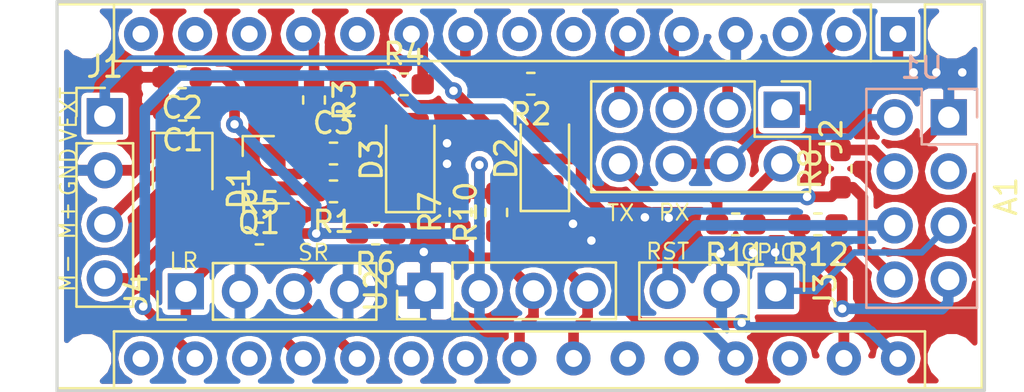
<source format=kicad_pcb>
(kicad_pcb (version 20171130) (host pcbnew "(5.0.0)")

  (general
    (thickness 1.6)
    (drawings 14)
    (tracks 176)
    (zones 0)
    (modules 25)
    (nets 26)
  )

  (page A4)
  (layers
    (0 F.Cu signal)
    (31 B.Cu signal)
    (32 B.Adhes user)
    (33 F.Adhes user)
    (34 B.Paste user)
    (35 F.Paste user)
    (36 B.SilkS user)
    (37 F.SilkS user)
    (38 B.Mask user)
    (39 F.Mask user)
    (40 Dwgs.User user)
    (41 Cmts.User user)
    (42 Eco1.User user)
    (43 Eco2.User user)
    (44 Edge.Cuts user)
    (45 Margin user)
    (46 B.CrtYd user)
    (47 F.CrtYd user)
    (48 B.Fab user)
    (49 F.Fab user hide)
  )

  (setup
    (last_trace_width 0.5)
    (user_trace_width 0.3)
    (user_trace_width 0.5)
    (trace_clearance 0.2)
    (zone_clearance 0.254)
    (zone_45_only no)
    (trace_min 0.2)
    (segment_width 0.2)
    (edge_width 0.15)
    (via_size 0.8)
    (via_drill 0.4)
    (via_min_size 0.4)
    (via_min_drill 0.3)
    (uvia_size 0.3)
    (uvia_drill 0.1)
    (uvias_allowed no)
    (uvia_min_size 0.2)
    (uvia_min_drill 0.1)
    (pcb_text_width 0.3)
    (pcb_text_size 1.5 1.5)
    (mod_edge_width 0.15)
    (mod_text_size 1 1)
    (mod_text_width 0.15)
    (pad_size 1.524 1.524)
    (pad_drill 0.762)
    (pad_to_mask_clearance 0.2)
    (aux_axis_origin 0 0)
    (visible_elements 7FFFFFFF)
    (pcbplotparams
      (layerselection 0x010f0_ffffffff)
      (usegerberextensions false)
      (usegerberattributes false)
      (usegerberadvancedattributes false)
      (creategerberjobfile false)
      (excludeedgelayer true)
      (linewidth 0.100000)
      (plotframeref false)
      (viasonmask false)
      (mode 1)
      (useauxorigin false)
      (hpglpennumber 1)
      (hpglpenspeed 20)
      (hpglpendiameter 15.000000)
      (psnegative false)
      (psa4output false)
      (plotreference false)
      (plotvalue false)
      (plotinvisibletext false)
      (padsonsilk false)
      (subtractmaskfromsilk false)
      (outputformat 1)
      (mirror false)
      (drillshape 0)
      (scaleselection 1)
      (outputdirectory "Gerber/"))
  )

  (net 0 "")
  (net 1 /H_TX)
  (net 2 /3V3)
  (net 3 /H_RX)
  (net 4 /LR_LEVEL)
  (net 5 GND)
  (net 6 /SR_LEVEL)
  (net 7 /S_RX)
  (net 8 /S_TX)
  (net 9 /SDA)
  (net 10 /SCL)
  (net 11 /YELLOW_LED)
  (net 12 /RED_LED)
  (net 13 /5V0)
  (net 14 "Net-(A1-Pad12)")
  (net 15 /VIN)
  (net 16 /M_FILTERED_PWM)
  (net 17 /MOTOR_GND)
  (net 18 "Net-(D2-Pad2)")
  (net 19 "Net-(D3-Pad2)")
  (net 20 /TX)
  (net 21 /RX)
  (net 22 "Net-(R8-Pad2)")
  (net 23 "Net-(R11-Pad1)")
  (net 24 /GPIO0_WIFI)
  (net 25 /RST_WIFI)

  (net_class Default "This is the default net class."
    (clearance 0.2)
    (trace_width 0.25)
    (via_dia 0.8)
    (via_drill 0.4)
    (uvia_dia 0.3)
    (uvia_drill 0.1)
    (add_net /3V3)
    (add_net /5V0)
    (add_net /GPIO0_WIFI)
    (add_net /H_RX)
    (add_net /H_TX)
    (add_net /LR_LEVEL)
    (add_net /MOTOR_GND)
    (add_net /M_FILTERED_PWM)
    (add_net /RED_LED)
    (add_net /RST_WIFI)
    (add_net /RX)
    (add_net /SCL)
    (add_net /SDA)
    (add_net /SR_LEVEL)
    (add_net /S_RX)
    (add_net /S_TX)
    (add_net /TX)
    (add_net /VIN)
    (add_net /YELLOW_LED)
    (add_net GND)
    (add_net "Net-(A1-Pad12)")
    (add_net "Net-(D2-Pad2)")
    (add_net "Net-(D3-Pad2)")
    (add_net "Net-(R11-Pad1)")
    (add_net "Net-(R8-Pad2)")
  )

  (module Module:Arduino_Nano_WithMountingHoles (layer F.Cu) (tedit 58ACAF99) (tstamp 5CE86A9E)
    (at 103.1748 76.7588 270)
    (descr "Arduino Nano, http://www.mouser.com/pdfdocs/Gravitech_Arduino_Nano3_0.pdf")
    (tags "Arduino Nano")
    (path /5CB6C6CB)
    (fp_text reference A1 (at 7.62 -5.08 270) (layer F.SilkS)
      (effects (font (size 1 1) (thickness 0.15)))
    )
    (fp_text value Arduino_Nano_v3.x (at 8.89 15.24) (layer F.Fab)
      (effects (font (size 1 1) (thickness 0.15)))
    )
    (fp_text user %R (at 6.35 16.51) (layer F.Fab)
      (effects (font (size 1 1) (thickness 0.15)))
    )
    (fp_line (start 1.27 1.27) (end 1.27 -1.27) (layer F.SilkS) (width 0.12))
    (fp_line (start 1.27 -1.27) (end -1.4 -1.27) (layer F.SilkS) (width 0.12))
    (fp_line (start -1.4 1.27) (end -1.4 39.5) (layer F.SilkS) (width 0.12))
    (fp_line (start -1.4 -3.94) (end -1.4 -1.27) (layer F.SilkS) (width 0.12))
    (fp_line (start 13.97 -1.27) (end 16.64 -1.27) (layer F.SilkS) (width 0.12))
    (fp_line (start 13.97 -1.27) (end 13.97 36.83) (layer F.SilkS) (width 0.12))
    (fp_line (start 13.97 36.83) (end 16.64 36.83) (layer F.SilkS) (width 0.12))
    (fp_line (start 1.27 1.27) (end -1.4 1.27) (layer F.SilkS) (width 0.12))
    (fp_line (start 1.27 1.27) (end 1.27 36.83) (layer F.SilkS) (width 0.12))
    (fp_line (start 1.27 36.83) (end -1.4 36.83) (layer F.SilkS) (width 0.12))
    (fp_line (start 3.81 31.75) (end 11.43 31.75) (layer F.Fab) (width 0.1))
    (fp_line (start 11.43 31.75) (end 11.43 41.91) (layer F.Fab) (width 0.1))
    (fp_line (start 11.43 41.91) (end 3.81 41.91) (layer F.Fab) (width 0.1))
    (fp_line (start 3.81 41.91) (end 3.81 31.75) (layer F.Fab) (width 0.1))
    (fp_line (start -1.4 39.5) (end 16.64 39.5) (layer F.SilkS) (width 0.12))
    (fp_line (start 16.64 39.5) (end 16.64 -3.94) (layer F.SilkS) (width 0.12))
    (fp_line (start 16.64 -3.94) (end -1.4 -3.94) (layer F.SilkS) (width 0.12))
    (fp_line (start 16.51 39.37) (end -1.27 39.37) (layer F.Fab) (width 0.1))
    (fp_line (start -1.27 39.37) (end -1.27 -2.54) (layer F.Fab) (width 0.1))
    (fp_line (start -1.27 -2.54) (end 0 -3.81) (layer F.Fab) (width 0.1))
    (fp_line (start 0 -3.81) (end 16.51 -3.81) (layer F.Fab) (width 0.1))
    (fp_line (start 16.51 -3.81) (end 16.51 39.37) (layer F.Fab) (width 0.1))
    (fp_line (start -1.53 -4.06) (end 16.75 -4.06) (layer F.CrtYd) (width 0.05))
    (fp_line (start -1.53 -4.06) (end -1.53 42.16) (layer F.CrtYd) (width 0.05))
    (fp_line (start 16.75 42.16) (end 16.75 -4.06) (layer F.CrtYd) (width 0.05))
    (fp_line (start 16.75 42.16) (end -1.53 42.16) (layer F.CrtYd) (width 0.05))
    (pad 1 thru_hole rect (at 0 0 270) (size 1.6 1.6) (drill 0.8) (layers *.Cu *.Mask)
      (net 1 /H_TX))
    (pad 17 thru_hole oval (at 15.24 33.02 270) (size 1.6 1.6) (drill 0.8) (layers *.Cu *.Mask)
      (net 2 /3V3))
    (pad 2 thru_hole oval (at 0 2.54 270) (size 1.6 1.6) (drill 0.8) (layers *.Cu *.Mask)
      (net 3 /H_RX))
    (pad 18 thru_hole oval (at 15.24 30.48 270) (size 1.6 1.6) (drill 0.8) (layers *.Cu *.Mask))
    (pad 3 thru_hole oval (at 0 5.08 270) (size 1.6 1.6) (drill 0.8) (layers *.Cu *.Mask))
    (pad 19 thru_hole oval (at 15.24 27.94 270) (size 1.6 1.6) (drill 0.8) (layers *.Cu *.Mask)
      (net 4 /LR_LEVEL))
    (pad 4 thru_hole oval (at 0 7.62 270) (size 1.6 1.6) (drill 0.8) (layers *.Cu *.Mask)
      (net 5 GND))
    (pad 20 thru_hole oval (at 15.24 25.4 270) (size 1.6 1.6) (drill 0.8) (layers *.Cu *.Mask)
      (net 6 /SR_LEVEL))
    (pad 5 thru_hole oval (at 0 10.16 270) (size 1.6 1.6) (drill 0.8) (layers *.Cu *.Mask)
      (net 7 /S_RX))
    (pad 21 thru_hole oval (at 15.24 22.86 270) (size 1.6 1.6) (drill 0.8) (layers *.Cu *.Mask))
    (pad 6 thru_hole oval (at 0 12.7 270) (size 1.6 1.6) (drill 0.8) (layers *.Cu *.Mask)
      (net 8 /S_TX))
    (pad 22 thru_hole oval (at 15.24 20.32 270) (size 1.6 1.6) (drill 0.8) (layers *.Cu *.Mask))
    (pad 7 thru_hole oval (at 0 15.24 270) (size 1.6 1.6) (drill 0.8) (layers *.Cu *.Mask))
    (pad 23 thru_hole oval (at 15.24 17.78 270) (size 1.6 1.6) (drill 0.8) (layers *.Cu *.Mask)
      (net 9 /SDA))
    (pad 8 thru_hole oval (at 0 17.78 270) (size 1.6 1.6) (drill 0.8) (layers *.Cu *.Mask))
    (pad 24 thru_hole oval (at 15.24 15.24 270) (size 1.6 1.6) (drill 0.8) (layers *.Cu *.Mask)
      (net 10 /SCL))
    (pad 9 thru_hole oval (at 0 20.32 270) (size 1.6 1.6) (drill 0.8) (layers *.Cu *.Mask)
      (net 11 /YELLOW_LED))
    (pad 25 thru_hole oval (at 15.24 12.7 270) (size 1.6 1.6) (drill 0.8) (layers *.Cu *.Mask))
    (pad 10 thru_hole oval (at 0 22.86 270) (size 1.6 1.6) (drill 0.8) (layers *.Cu *.Mask)
      (net 12 /RED_LED))
    (pad 26 thru_hole oval (at 15.24 10.16 270) (size 1.6 1.6) (drill 0.8) (layers *.Cu *.Mask))
    (pad 11 thru_hole oval (at 0 25.4 270) (size 1.6 1.6) (drill 0.8) (layers *.Cu *.Mask))
    (pad 27 thru_hole oval (at 15.24 7.62 270) (size 1.6 1.6) (drill 0.8) (layers *.Cu *.Mask)
      (net 13 /5V0))
    (pad 12 thru_hole oval (at 0 27.94 270) (size 1.6 1.6) (drill 0.8) (layers *.Cu *.Mask)
      (net 14 "Net-(A1-Pad12)"))
    (pad 28 thru_hole oval (at 15.24 5.08 270) (size 1.6 1.6) (drill 0.8) (layers *.Cu *.Mask))
    (pad 13 thru_hole oval (at 0 30.48 270) (size 1.6 1.6) (drill 0.8) (layers *.Cu *.Mask))
    (pad 29 thru_hole oval (at 15.24 2.54 270) (size 1.6 1.6) (drill 0.8) (layers *.Cu *.Mask)
      (net 5 GND))
    (pad 14 thru_hole oval (at 0 33.02 270) (size 1.6 1.6) (drill 0.8) (layers *.Cu *.Mask))
    (pad 30 thru_hole oval (at 15.24 0 270) (size 1.6 1.6) (drill 0.8) (layers *.Cu *.Mask)
      (net 15 /VIN))
    (pad 15 thru_hole oval (at 0 35.56 270) (size 1.6 1.6) (drill 0.8) (layers *.Cu *.Mask))
    (pad 16 thru_hole oval (at 15.24 35.56 270) (size 1.6 1.6) (drill 0.8) (layers *.Cu *.Mask))
    (pad "" np_thru_hole circle (at 0 -2.54 270) (size 1.78 1.78) (drill 1.78) (layers *.Cu *.Mask))
    (pad "" np_thru_hole circle (at 15.24 -2.54 270) (size 1.78 1.78) (drill 1.78) (layers *.Cu *.Mask))
    (pad "" np_thru_hole circle (at 15.24 38.1 270) (size 1.78 1.78) (drill 1.78) (layers *.Cu *.Mask))
    (pad "" np_thru_hole circle (at 0 38.1 270) (size 1.78 1.78) (drill 1.78) (layers *.Cu *.Mask))
    (model ${KISYS3DMOD}/Module.3dshapes/Arduino_Nano_WithMountingHoles.wrl
      (at (xyz 0 0 0))
      (scale (xyz 1 1 1))
      (rotate (xyz 0 0 0))
    )
  )

  (module Capacitor_SMD:C_0603_1608Metric_Pad1.05x0.95mm_HandSolder (layer F.Cu) (tedit 5B301BBE) (tstamp 5CE86947)
    (at 69.5706 80.3148 180)
    (descr "Capacitor SMD 0603 (1608 Metric), square (rectangular) end terminal, IPC_7351 nominal with elongated pad for handsoldering. (Body size source: http://www.tortai-tech.com/upload/download/2011102023233369053.pdf), generated with kicad-footprint-generator")
    (tags "capacitor handsolder")
    (path /5CB737B3)
    (attr smd)
    (fp_text reference C1 (at 0 -1.43 180) (layer F.SilkS)
      (effects (font (size 1 1) (thickness 0.15)))
    )
    (fp_text value 22u (at 0 1.43 180) (layer F.Fab)
      (effects (font (size 1 1) (thickness 0.15)))
    )
    (fp_text user %R (at 0.0254 -0.0762 180) (layer F.Fab)
      (effects (font (size 0.4 0.4) (thickness 0.06)))
    )
    (fp_line (start 1.65 0.73) (end -1.65 0.73) (layer F.CrtYd) (width 0.05))
    (fp_line (start 1.65 -0.73) (end 1.65 0.73) (layer F.CrtYd) (width 0.05))
    (fp_line (start -1.65 -0.73) (end 1.65 -0.73) (layer F.CrtYd) (width 0.05))
    (fp_line (start -1.65 0.73) (end -1.65 -0.73) (layer F.CrtYd) (width 0.05))
    (fp_line (start -0.171267 0.51) (end 0.171267 0.51) (layer F.SilkS) (width 0.12))
    (fp_line (start -0.171267 -0.51) (end 0.171267 -0.51) (layer F.SilkS) (width 0.12))
    (fp_line (start 0.8 0.4) (end -0.8 0.4) (layer F.Fab) (width 0.1))
    (fp_line (start 0.8 -0.4) (end 0.8 0.4) (layer F.Fab) (width 0.1))
    (fp_line (start -0.8 -0.4) (end 0.8 -0.4) (layer F.Fab) (width 0.1))
    (fp_line (start -0.8 0.4) (end -0.8 -0.4) (layer F.Fab) (width 0.1))
    (pad 2 smd roundrect (at 0.875 0 180) (size 1.05 0.95) (layers F.Cu F.Paste F.Mask) (roundrect_rratio 0.25)
      (net 5 GND))
    (pad 1 smd roundrect (at -0.875 0 180) (size 1.05 0.95) (layers F.Cu F.Paste F.Mask) (roundrect_rratio 0.25)
      (net 13 /5V0))
    (model ${KISYS3DMOD}/Capacitor_SMD.3dshapes/C_0603_1608Metric.wrl
      (at (xyz 0 0 0))
      (scale (xyz 1 1 1))
      (rotate (xyz 0 0 0))
    )
  )

  (module Capacitor_SMD:C_0603_1608Metric_Pad1.05x0.95mm_HandSolder (layer F.Cu) (tedit 5B301BBE) (tstamp 5CE87013)
    (at 69.5452 78.7908 180)
    (descr "Capacitor SMD 0603 (1608 Metric), square (rectangular) end terminal, IPC_7351 nominal with elongated pad for handsoldering. (Body size source: http://www.tortai-tech.com/upload/download/2011102023233369053.pdf), generated with kicad-footprint-generator")
    (tags "capacitor handsolder")
    (path /5CB73EA4)
    (attr smd)
    (fp_text reference C2 (at 0 -1.43 180) (layer F.SilkS)
      (effects (font (size 1 1) (thickness 0.15)))
    )
    (fp_text value 1n (at 0 1.43 180) (layer F.Fab)
      (effects (font (size 1 1) (thickness 0.15)))
    )
    (fp_line (start -0.8 0.4) (end -0.8 -0.4) (layer F.Fab) (width 0.1))
    (fp_line (start -0.8 -0.4) (end 0.8 -0.4) (layer F.Fab) (width 0.1))
    (fp_line (start 0.8 -0.4) (end 0.8 0.4) (layer F.Fab) (width 0.1))
    (fp_line (start 0.8 0.4) (end -0.8 0.4) (layer F.Fab) (width 0.1))
    (fp_line (start -0.171267 -0.51) (end 0.171267 -0.51) (layer F.SilkS) (width 0.12))
    (fp_line (start -0.171267 0.51) (end 0.171267 0.51) (layer F.SilkS) (width 0.12))
    (fp_line (start -1.65 0.73) (end -1.65 -0.73) (layer F.CrtYd) (width 0.05))
    (fp_line (start -1.65 -0.73) (end 1.65 -0.73) (layer F.CrtYd) (width 0.05))
    (fp_line (start 1.65 -0.73) (end 1.65 0.73) (layer F.CrtYd) (width 0.05))
    (fp_line (start 1.65 0.73) (end -1.65 0.73) (layer F.CrtYd) (width 0.05))
    (fp_text user %R (at 0 0 180) (layer F.Fab)
      (effects (font (size 0.4 0.4) (thickness 0.06)))
    )
    (pad 1 smd roundrect (at -0.875 0 180) (size 1.05 0.95) (layers F.Cu F.Paste F.Mask) (roundrect_rratio 0.25)
      (net 13 /5V0))
    (pad 2 smd roundrect (at 0.875 0 180) (size 1.05 0.95) (layers F.Cu F.Paste F.Mask) (roundrect_rratio 0.25)
      (net 5 GND))
    (model ${KISYS3DMOD}/Capacitor_SMD.3dshapes/C_0603_1608Metric.wrl
      (at (xyz 0 0 0))
      (scale (xyz 1 1 1))
      (rotate (xyz 0 0 0))
    )
  )

  (module Capacitor_SMD:C_0603_1608Metric_Pad1.05x0.95mm_HandSolder (layer F.Cu) (tedit 5B301BBE) (tstamp 5CE868DB)
    (at 76.6572 82.3722)
    (descr "Capacitor SMD 0603 (1608 Metric), square (rectangular) end terminal, IPC_7351 nominal with elongated pad for handsoldering. (Body size source: http://www.tortai-tech.com/upload/download/2011102023233369053.pdf), generated with kicad-footprint-generator")
    (tags "capacitor handsolder")
    (path /5CB6D82F)
    (attr smd)
    (fp_text reference C3 (at 0 -1.43) (layer F.SilkS)
      (effects (font (size 1 1) (thickness 0.15)))
    )
    (fp_text value 100n (at 0 1.43) (layer F.Fab)
      (effects (font (size 1 1) (thickness 0.15)))
    )
    (fp_line (start -0.8 0.4) (end -0.8 -0.4) (layer F.Fab) (width 0.1))
    (fp_line (start -0.8 -0.4) (end 0.8 -0.4) (layer F.Fab) (width 0.1))
    (fp_line (start 0.8 -0.4) (end 0.8 0.4) (layer F.Fab) (width 0.1))
    (fp_line (start 0.8 0.4) (end -0.8 0.4) (layer F.Fab) (width 0.1))
    (fp_line (start -0.171267 -0.51) (end 0.171267 -0.51) (layer F.SilkS) (width 0.12))
    (fp_line (start -0.171267 0.51) (end 0.171267 0.51) (layer F.SilkS) (width 0.12))
    (fp_line (start -1.65 0.73) (end -1.65 -0.73) (layer F.CrtYd) (width 0.05))
    (fp_line (start -1.65 -0.73) (end 1.65 -0.73) (layer F.CrtYd) (width 0.05))
    (fp_line (start 1.65 -0.73) (end 1.65 0.73) (layer F.CrtYd) (width 0.05))
    (fp_line (start 1.65 0.73) (end -1.65 0.73) (layer F.CrtYd) (width 0.05))
    (fp_text user %R (at 0 0) (layer F.Fab)
      (effects (font (size 0.4 0.4) (thickness 0.06)))
    )
    (pad 1 smd roundrect (at -0.875 0) (size 1.05 0.95) (layers F.Cu F.Paste F.Mask) (roundrect_rratio 0.25)
      (net 16 /M_FILTERED_PWM))
    (pad 2 smd roundrect (at 0.875 0) (size 1.05 0.95) (layers F.Cu F.Paste F.Mask) (roundrect_rratio 0.25)
      (net 5 GND))
    (model ${KISYS3DMOD}/Capacitor_SMD.3dshapes/C_0603_1608Metric.wrl
      (at (xyz 0 0 0))
      (scale (xyz 1 1 1))
      (rotate (xyz 0 0 0))
    )
  )

  (module custom-footprints:SMA_DO-214AC (layer F.Cu) (tedit 5CB2EBC5) (tstamp 5CE86877)
    (at 69.5706 84.0486 270)
    (path /5CB71758)
    (fp_text reference D1 (at -0.02 -2.64 270) (layer F.SilkS)
      (effects (font (size 1 1) (thickness 0.15)))
    )
    (fp_text value SS14 (at 0.05 2.77 270) (layer F.Fab)
      (effects (font (size 1 1) (thickness 0.15)))
    )
    (fp_line (start -2.84 -1.6) (end -2.84 1.6) (layer F.CrtYd) (width 0.12))
    (fp_line (start -2.84 1.6) (end 2.84 1.6) (layer F.CrtYd) (width 0.12))
    (fp_line (start 2.84 -1.6) (end 2.84 1.6) (layer F.CrtYd) (width 0.12))
    (fp_line (start -2.84 -1.6) (end 2.84 -1.6) (layer F.CrtYd) (width 0.12))
    (fp_line (start -2.64 -1.4) (end 0 -1.4) (layer F.SilkS) (width 0.12))
    (fp_line (start -2.64 -1.4) (end -2.64 1.4) (layer F.SilkS) (width 0.12))
    (fp_line (start -2.64 1.4) (end 0 1.4) (layer F.SilkS) (width 0.12))
    (fp_line (start -0.7 -1) (end -0.7 1) (layer F.Fab) (width 0.12))
    (fp_line (start 0.57 0.96) (end -0.71 0) (layer F.Fab) (width 0.12))
    (fp_line (start 0.57 -0.97) (end 0.57 0.96) (layer F.Fab) (width 0.12))
    (fp_line (start -0.71 0) (end 0.57 -0.97) (layer F.Fab) (width 0.12))
    (fp_line (start 0.8 0) (end 0.58 0) (layer F.Fab) (width 0.12))
    (fp_line (start -0.8 0) (end -0.69 0) (layer F.Fab) (width 0.12))
    (pad 2 smd rect (at 1.7 0 270) (size 1.7 1.68) (layers F.Cu F.Paste F.Mask)
      (net 17 /MOTOR_GND))
    (pad 1 smd rect (at -1.7 0 270) (size 1.7 1.68) (layers F.Cu F.Paste F.Mask)
      (net 13 /5V0))
  )

  (module LED_SMD:LED_1206_3216Metric_Pad1.42x1.75mm_HandSolder (layer F.Cu) (tedit 5B4B45C9) (tstamp 5CE842A4)
    (at 86.5886 82.6119 90)
    (descr "LED SMD 1206 (3216 Metric), square (rectangular) end terminal, IPC_7351 nominal, (Body size source: http://www.tortai-tech.com/upload/download/2011102023233369053.pdf), generated with kicad-footprint-generator")
    (tags "LED handsolder")
    (path /5CBC5F2E)
    (attr smd)
    (fp_text reference D2 (at 0 -1.82 90) (layer F.SilkS)
      (effects (font (size 1 1) (thickness 0.15)))
    )
    (fp_text value YELLOW (at 0 1.82 90) (layer F.Fab)
      (effects (font (size 1 1) (thickness 0.15)))
    )
    (fp_line (start 1.6 -0.8) (end -1.2 -0.8) (layer F.Fab) (width 0.1))
    (fp_line (start -1.2 -0.8) (end -1.6 -0.4) (layer F.Fab) (width 0.1))
    (fp_line (start -1.6 -0.4) (end -1.6 0.8) (layer F.Fab) (width 0.1))
    (fp_line (start -1.6 0.8) (end 1.6 0.8) (layer F.Fab) (width 0.1))
    (fp_line (start 1.6 0.8) (end 1.6 -0.8) (layer F.Fab) (width 0.1))
    (fp_line (start 1.6 -1.135) (end -2.46 -1.135) (layer F.SilkS) (width 0.12))
    (fp_line (start -2.46 -1.135) (end -2.46 1.135) (layer F.SilkS) (width 0.12))
    (fp_line (start -2.46 1.135) (end 1.6 1.135) (layer F.SilkS) (width 0.12))
    (fp_line (start -2.45 1.12) (end -2.45 -1.12) (layer F.CrtYd) (width 0.05))
    (fp_line (start -2.45 -1.12) (end 2.45 -1.12) (layer F.CrtYd) (width 0.05))
    (fp_line (start 2.45 -1.12) (end 2.45 1.12) (layer F.CrtYd) (width 0.05))
    (fp_line (start 2.45 1.12) (end -2.45 1.12) (layer F.CrtYd) (width 0.05))
    (fp_text user %R (at 0 0 90) (layer F.Fab)
      (effects (font (size 0.8 0.8) (thickness 0.12)))
    )
    (pad 1 smd roundrect (at -1.4875 0 90) (size 1.425 1.75) (layers F.Cu F.Paste F.Mask) (roundrect_rratio 0.175439)
      (net 5 GND))
    (pad 2 smd roundrect (at 1.4875 0 90) (size 1.425 1.75) (layers F.Cu F.Paste F.Mask) (roundrect_rratio 0.175439)
      (net 18 "Net-(D2-Pad2)"))
    (model ${KISYS3DMOD}/LED_SMD.3dshapes/LED_1206_3216Metric.wrl
      (at (xyz 0 0 0))
      (scale (xyz 1 1 1))
      (rotate (xyz 0 0 0))
    )
  )

  (module LED_SMD:LED_1206_3216Metric_Pad1.42x1.75mm_HandSolder (layer F.Cu) (tedit 5B4B45C9) (tstamp 5CE842B7)
    (at 80.264 82.6659 90)
    (descr "LED SMD 1206 (3216 Metric), square (rectangular) end terminal, IPC_7351 nominal, (Body size source: http://www.tortai-tech.com/upload/download/2011102023233369053.pdf), generated with kicad-footprint-generator")
    (tags "LED handsolder")
    (path /5CBC5FF1)
    (attr smd)
    (fp_text reference D3 (at 0 -1.82 90) (layer F.SilkS)
      (effects (font (size 1 1) (thickness 0.15)))
    )
    (fp_text value RED (at 0 1.82 90) (layer F.Fab)
      (effects (font (size 1 1) (thickness 0.15)))
    )
    (fp_text user %R (at 0 0 90) (layer F.Fab)
      (effects (font (size 0.8 0.8) (thickness 0.12)))
    )
    (fp_line (start 2.45 1.12) (end -2.45 1.12) (layer F.CrtYd) (width 0.05))
    (fp_line (start 2.45 -1.12) (end 2.45 1.12) (layer F.CrtYd) (width 0.05))
    (fp_line (start -2.45 -1.12) (end 2.45 -1.12) (layer F.CrtYd) (width 0.05))
    (fp_line (start -2.45 1.12) (end -2.45 -1.12) (layer F.CrtYd) (width 0.05))
    (fp_line (start -2.46 1.135) (end 1.6 1.135) (layer F.SilkS) (width 0.12))
    (fp_line (start -2.46 -1.135) (end -2.46 1.135) (layer F.SilkS) (width 0.12))
    (fp_line (start 1.6 -1.135) (end -2.46 -1.135) (layer F.SilkS) (width 0.12))
    (fp_line (start 1.6 0.8) (end 1.6 -0.8) (layer F.Fab) (width 0.1))
    (fp_line (start -1.6 0.8) (end 1.6 0.8) (layer F.Fab) (width 0.1))
    (fp_line (start -1.6 -0.4) (end -1.6 0.8) (layer F.Fab) (width 0.1))
    (fp_line (start -1.2 -0.8) (end -1.6 -0.4) (layer F.Fab) (width 0.1))
    (fp_line (start 1.6 -0.8) (end -1.2 -0.8) (layer F.Fab) (width 0.1))
    (pad 2 smd roundrect (at 1.4875 0 90) (size 1.425 1.75) (layers F.Cu F.Paste F.Mask) (roundrect_rratio 0.175439)
      (net 19 "Net-(D3-Pad2)"))
    (pad 1 smd roundrect (at -1.4875 0 90) (size 1.425 1.75) (layers F.Cu F.Paste F.Mask) (roundrect_rratio 0.175439)
      (net 5 GND))
    (model ${KISYS3DMOD}/LED_SMD.3dshapes/LED_1206_3216Metric.wrl
      (at (xyz 0 0 0))
      (scale (xyz 1 1 1))
      (rotate (xyz 0 0 0))
    )
  )

  (module Connector_PinHeader_2.54mm:PinHeader_1x04_P2.54mm_Vertical (layer F.Cu) (tedit 59FED5CC) (tstamp 5CE8500E)
    (at 65.913 80.6196)
    (descr "Through hole straight pin header, 1x04, 2.54mm pitch, single row")
    (tags "Through hole pin header THT 1x04 2.54mm single row")
    (path /5CB718F5)
    (fp_text reference J1 (at 0 -2.33) (layer F.SilkS)
      (effects (font (size 1 1) (thickness 0.15)))
    )
    (fp_text value MOTOR_INTERFACE (at 0 9.95) (layer F.Fab)
      (effects (font (size 1 1) (thickness 0.15)))
    )
    (fp_text user %R (at 0 3.81 90) (layer F.Fab)
      (effects (font (size 1 1) (thickness 0.15)))
    )
    (fp_line (start 1.8 -1.8) (end -1.8 -1.8) (layer F.CrtYd) (width 0.05))
    (fp_line (start 1.8 9.4) (end 1.8 -1.8) (layer F.CrtYd) (width 0.05))
    (fp_line (start -1.8 9.4) (end 1.8 9.4) (layer F.CrtYd) (width 0.05))
    (fp_line (start -1.8 -1.8) (end -1.8 9.4) (layer F.CrtYd) (width 0.05))
    (fp_line (start -1.33 -1.33) (end 0 -1.33) (layer F.SilkS) (width 0.12))
    (fp_line (start -1.33 0) (end -1.33 -1.33) (layer F.SilkS) (width 0.12))
    (fp_line (start -1.33 1.27) (end 1.33 1.27) (layer F.SilkS) (width 0.12))
    (fp_line (start 1.33 1.27) (end 1.33 8.95) (layer F.SilkS) (width 0.12))
    (fp_line (start -1.33 1.27) (end -1.33 8.95) (layer F.SilkS) (width 0.12))
    (fp_line (start -1.33 8.95) (end 1.33 8.95) (layer F.SilkS) (width 0.12))
    (fp_line (start -1.27 -0.635) (end -0.635 -1.27) (layer F.Fab) (width 0.1))
    (fp_line (start -1.27 8.89) (end -1.27 -0.635) (layer F.Fab) (width 0.1))
    (fp_line (start 1.27 8.89) (end -1.27 8.89) (layer F.Fab) (width 0.1))
    (fp_line (start 1.27 -1.27) (end 1.27 8.89) (layer F.Fab) (width 0.1))
    (fp_line (start -0.635 -1.27) (end 1.27 -1.27) (layer F.Fab) (width 0.1))
    (pad 4 thru_hole oval (at 0 7.62) (size 1.7 1.7) (drill 1) (layers *.Cu *.Mask)
      (net 17 /MOTOR_GND))
    (pad 3 thru_hole oval (at 0 5.08) (size 1.7 1.7) (drill 1) (layers *.Cu *.Mask)
      (net 13 /5V0))
    (pad 2 thru_hole oval (at 0 2.54) (size 1.7 1.7) (drill 1) (layers *.Cu *.Mask)
      (net 5 GND))
    (pad 1 thru_hole rect (at 0 0) (size 1.7 1.7) (drill 1) (layers *.Cu *.Mask)
      (net 15 /VIN))
    (model ${KISYS3DMOD}/Connector_PinHeader_2.54mm.3dshapes/PinHeader_1x04_P2.54mm_Vertical.wrl
      (at (xyz 0 0 0))
      (scale (xyz 1 1 1))
      (rotate (xyz 0 0 0))
    )
  )

  (module Connector_PinHeader_2.54mm:PinHeader_2x04_P2.54mm_Vertical (layer F.Cu) (tedit 59FED5CC) (tstamp 5CE842ED)
    (at 97.7138 80.3148 270)
    (descr "Through hole straight pin header, 2x04, 2.54mm pitch, double rows")
    (tags "Through hole pin header THT 2x04 2.54mm double row")
    (path /5CC2688E)
    (fp_text reference J2 (at 1.27 -2.33 270) (layer F.SilkS)
      (effects (font (size 1 1) (thickness 0.15)))
    )
    (fp_text value Conn_02x04_Odd_Even (at 1.27 9.95 270) (layer F.Fab)
      (effects (font (size 1 1) (thickness 0.15)))
    )
    (fp_text user %R (at 1.27 3.81) (layer F.Fab)
      (effects (font (size 1 1) (thickness 0.15)))
    )
    (fp_line (start 4.35 -1.8) (end -1.8 -1.8) (layer F.CrtYd) (width 0.05))
    (fp_line (start 4.35 9.4) (end 4.35 -1.8) (layer F.CrtYd) (width 0.05))
    (fp_line (start -1.8 9.4) (end 4.35 9.4) (layer F.CrtYd) (width 0.05))
    (fp_line (start -1.8 -1.8) (end -1.8 9.4) (layer F.CrtYd) (width 0.05))
    (fp_line (start -1.33 -1.33) (end 0 -1.33) (layer F.SilkS) (width 0.12))
    (fp_line (start -1.33 0) (end -1.33 -1.33) (layer F.SilkS) (width 0.12))
    (fp_line (start 1.27 -1.33) (end 3.87 -1.33) (layer F.SilkS) (width 0.12))
    (fp_line (start 1.27 1.27) (end 1.27 -1.33) (layer F.SilkS) (width 0.12))
    (fp_line (start -1.33 1.27) (end 1.27 1.27) (layer F.SilkS) (width 0.12))
    (fp_line (start 3.87 -1.33) (end 3.87 8.95) (layer F.SilkS) (width 0.12))
    (fp_line (start -1.33 1.27) (end -1.33 8.95) (layer F.SilkS) (width 0.12))
    (fp_line (start -1.33 8.95) (end 3.87 8.95) (layer F.SilkS) (width 0.12))
    (fp_line (start -1.27 0) (end 0 -1.27) (layer F.Fab) (width 0.1))
    (fp_line (start -1.27 8.89) (end -1.27 0) (layer F.Fab) (width 0.1))
    (fp_line (start 3.81 8.89) (end -1.27 8.89) (layer F.Fab) (width 0.1))
    (fp_line (start 3.81 -1.27) (end 3.81 8.89) (layer F.Fab) (width 0.1))
    (fp_line (start 0 -1.27) (end 3.81 -1.27) (layer F.Fab) (width 0.1))
    (pad 8 thru_hole oval (at 2.54 7.62 270) (size 1.7 1.7) (drill 1) (layers *.Cu *.Mask)
      (net 20 /TX))
    (pad 7 thru_hole oval (at 0 7.62 270) (size 1.7 1.7) (drill 1) (layers *.Cu *.Mask)
      (net 8 /S_TX))
    (pad 6 thru_hole oval (at 2.54 5.08 270) (size 1.7 1.7) (drill 1) (layers *.Cu *.Mask)
      (net 21 /RX))
    (pad 5 thru_hole oval (at 0 5.08 270) (size 1.7 1.7) (drill 1) (layers *.Cu *.Mask)
      (net 7 /S_RX))
    (pad 4 thru_hole oval (at 2.54 2.54 270) (size 1.7 1.7) (drill 1) (layers *.Cu *.Mask)
      (net 21 /RX))
    (pad 3 thru_hole oval (at 0 2.54 270) (size 1.7 1.7) (drill 1) (layers *.Cu *.Mask)
      (net 3 /H_RX))
    (pad 2 thru_hole oval (at 2.54 0 270) (size 1.7 1.7) (drill 1) (layers *.Cu *.Mask)
      (net 20 /TX))
    (pad 1 thru_hole rect (at 0 0 270) (size 1.7 1.7) (drill 1) (layers *.Cu *.Mask)
      (net 1 /H_TX))
    (model ${KISYS3DMOD}/Connector_PinHeader_2.54mm.3dshapes/PinHeader_2x04_P2.54mm_Vertical.wrl
      (at (xyz 0 0 0))
      (scale (xyz 1 1 1))
      (rotate (xyz 0 0 0))
    )
  )

  (module Connector_PinHeader_2.54mm:PinHeader_1x04_P2.54mm_Vertical (layer F.Cu) (tedit 59FED5CC) (tstamp 5CE86619)
    (at 69.723 88.8492 90)
    (descr "Through hole straight pin header, 1x04, 2.54mm pitch, single row")
    (tags "Through hole pin header THT 1x04 2.54mm single row")
    (path /5CBB8377)
    (fp_text reference J4 (at 0 -2.33 90) (layer F.SilkS)
      (effects (font (size 1 1) (thickness 0.15)))
    )
    (fp_text value WATER_SENSOR (at 0 9.95 90) (layer F.Fab)
      (effects (font (size 1 1) (thickness 0.15)))
    )
    (fp_line (start -0.635 -1.27) (end 1.27 -1.27) (layer F.Fab) (width 0.1))
    (fp_line (start 1.27 -1.27) (end 1.27 8.89) (layer F.Fab) (width 0.1))
    (fp_line (start 1.27 8.89) (end -1.27 8.89) (layer F.Fab) (width 0.1))
    (fp_line (start -1.27 8.89) (end -1.27 -0.635) (layer F.Fab) (width 0.1))
    (fp_line (start -1.27 -0.635) (end -0.635 -1.27) (layer F.Fab) (width 0.1))
    (fp_line (start -1.33 8.95) (end 1.33 8.95) (layer F.SilkS) (width 0.12))
    (fp_line (start -1.33 1.27) (end -1.33 8.95) (layer F.SilkS) (width 0.12))
    (fp_line (start 1.33 1.27) (end 1.33 8.95) (layer F.SilkS) (width 0.12))
    (fp_line (start -1.33 1.27) (end 1.33 1.27) (layer F.SilkS) (width 0.12))
    (fp_line (start -1.33 0) (end -1.33 -1.33) (layer F.SilkS) (width 0.12))
    (fp_line (start -1.33 -1.33) (end 0 -1.33) (layer F.SilkS) (width 0.12))
    (fp_line (start -1.8 -1.8) (end -1.8 9.4) (layer F.CrtYd) (width 0.05))
    (fp_line (start -1.8 9.4) (end 1.8 9.4) (layer F.CrtYd) (width 0.05))
    (fp_line (start 1.8 9.4) (end 1.8 -1.8) (layer F.CrtYd) (width 0.05))
    (fp_line (start 1.8 -1.8) (end -1.8 -1.8) (layer F.CrtYd) (width 0.05))
    (fp_text user %R (at 0 3.81 180) (layer F.Fab)
      (effects (font (size 1 1) (thickness 0.15)))
    )
    (pad 1 thru_hole rect (at 0 0 90) (size 1.7 1.7) (drill 1) (layers *.Cu *.Mask)
      (net 4 /LR_LEVEL))
    (pad 2 thru_hole oval (at 0 2.54 90) (size 1.7 1.7) (drill 1) (layers *.Cu *.Mask)
      (net 5 GND))
    (pad 3 thru_hole oval (at 0 5.08 90) (size 1.7 1.7) (drill 1) (layers *.Cu *.Mask)
      (net 6 /SR_LEVEL))
    (pad 4 thru_hole oval (at 0 7.62 90) (size 1.7 1.7) (drill 1) (layers *.Cu *.Mask)
      (net 5 GND))
    (model ${KISYS3DMOD}/Connector_PinHeader_2.54mm.3dshapes/PinHeader_1x04_P2.54mm_Vertical.wrl
      (at (xyz 0 0 0))
      (scale (xyz 1 1 1))
      (rotate (xyz 0 0 0))
    )
  )

  (module Package_TO_SOT_SMD:SOT-23 (layer F.Cu) (tedit 5A02FF57) (tstamp 5CE874BD)
    (at 73.152 83.1342 180)
    (descr "SOT-23, Standard")
    (tags SOT-23)
    (path /5CB71279)
    (attr smd)
    (fp_text reference Q1 (at 0 -2.5 180) (layer F.SilkS)
      (effects (font (size 1 1) (thickness 0.15)))
    )
    (fp_text value AO3400A (at 0 2.5 180) (layer F.Fab)
      (effects (font (size 1 1) (thickness 0.15)))
    )
    (fp_text user %R (at 0 0 270) (layer F.Fab)
      (effects (font (size 0.5 0.5) (thickness 0.075)))
    )
    (fp_line (start -0.7 -0.95) (end -0.7 1.5) (layer F.Fab) (width 0.1))
    (fp_line (start -0.15 -1.52) (end 0.7 -1.52) (layer F.Fab) (width 0.1))
    (fp_line (start -0.7 -0.95) (end -0.15 -1.52) (layer F.Fab) (width 0.1))
    (fp_line (start 0.7 -1.52) (end 0.7 1.52) (layer F.Fab) (width 0.1))
    (fp_line (start -0.7 1.52) (end 0.7 1.52) (layer F.Fab) (width 0.1))
    (fp_line (start 0.76 1.58) (end 0.76 0.65) (layer F.SilkS) (width 0.12))
    (fp_line (start 0.76 -1.58) (end 0.76 -0.65) (layer F.SilkS) (width 0.12))
    (fp_line (start -1.7 -1.75) (end 1.7 -1.75) (layer F.CrtYd) (width 0.05))
    (fp_line (start 1.7 -1.75) (end 1.7 1.75) (layer F.CrtYd) (width 0.05))
    (fp_line (start 1.7 1.75) (end -1.7 1.75) (layer F.CrtYd) (width 0.05))
    (fp_line (start -1.7 1.75) (end -1.7 -1.75) (layer F.CrtYd) (width 0.05))
    (fp_line (start 0.76 -1.58) (end -1.4 -1.58) (layer F.SilkS) (width 0.12))
    (fp_line (start 0.76 1.58) (end -0.7 1.58) (layer F.SilkS) (width 0.12))
    (pad 1 smd rect (at -1 -0.95 180) (size 0.9 0.8) (layers F.Cu F.Paste F.Mask)
      (net 16 /M_FILTERED_PWM))
    (pad 2 smd rect (at -1 0.95 180) (size 0.9 0.8) (layers F.Cu F.Paste F.Mask)
      (net 5 GND))
    (pad 3 smd rect (at 1 0 180) (size 0.9 0.8) (layers F.Cu F.Paste F.Mask)
      (net 17 /MOTOR_GND))
    (model ${KISYS3DMOD}/Package_TO_SOT_SMD.3dshapes/SOT-23.wrl
      (at (xyz 0 0 0))
      (scale (xyz 1 1 1))
      (rotate (xyz 0 0 0))
    )
  )

  (module Resistor_SMD:R_0603_1608Metric_Pad1.05x0.95mm_HandSolder (layer F.Cu) (tedit 5B301BBD) (tstamp 5CE86845)
    (at 76.6572 84.1502 180)
    (descr "Resistor SMD 0603 (1608 Metric), square (rectangular) end terminal, IPC_7351 nominal with elongated pad for handsoldering. (Body size source: http://www.tortai-tech.com/upload/download/2011102023233369053.pdf), generated with kicad-footprint-generator")
    (tags "resistor handsolder")
    (path /5CB71384)
    (attr smd)
    (fp_text reference R1 (at 0 -1.43 180) (layer F.SilkS)
      (effects (font (size 1 1) (thickness 0.15)))
    )
    (fp_text value 47k (at 0 1.43 180) (layer F.Fab)
      (effects (font (size 1 1) (thickness 0.15)))
    )
    (fp_text user %R (at 0 0 180) (layer F.Fab)
      (effects (font (size 0.4 0.4) (thickness 0.06)))
    )
    (fp_line (start 1.65 0.73) (end -1.65 0.73) (layer F.CrtYd) (width 0.05))
    (fp_line (start 1.65 -0.73) (end 1.65 0.73) (layer F.CrtYd) (width 0.05))
    (fp_line (start -1.65 -0.73) (end 1.65 -0.73) (layer F.CrtYd) (width 0.05))
    (fp_line (start -1.65 0.73) (end -1.65 -0.73) (layer F.CrtYd) (width 0.05))
    (fp_line (start -0.171267 0.51) (end 0.171267 0.51) (layer F.SilkS) (width 0.12))
    (fp_line (start -0.171267 -0.51) (end 0.171267 -0.51) (layer F.SilkS) (width 0.12))
    (fp_line (start 0.8 0.4) (end -0.8 0.4) (layer F.Fab) (width 0.1))
    (fp_line (start 0.8 -0.4) (end 0.8 0.4) (layer F.Fab) (width 0.1))
    (fp_line (start -0.8 -0.4) (end 0.8 -0.4) (layer F.Fab) (width 0.1))
    (fp_line (start -0.8 0.4) (end -0.8 -0.4) (layer F.Fab) (width 0.1))
    (pad 2 smd roundrect (at 0.875 0 180) (size 1.05 0.95) (layers F.Cu F.Paste F.Mask) (roundrect_rratio 0.25)
      (net 16 /M_FILTERED_PWM))
    (pad 1 smd roundrect (at -0.875 0 180) (size 1.05 0.95) (layers F.Cu F.Paste F.Mask) (roundrect_rratio 0.25)
      (net 5 GND))
    (model ${KISYS3DMOD}/Resistor_SMD.3dshapes/R_0603_1608Metric.wrl
      (at (xyz 0 0 0))
      (scale (xyz 1 1 1))
      (rotate (xyz 0 0 0))
    )
  )

  (module Resistor_SMD:R_0603_1608Metric_Pad1.05x0.95mm_HandSolder (layer F.Cu) (tedit 5B301BBD) (tstamp 5CE84353)
    (at 85.9282 79.0956 180)
    (descr "Resistor SMD 0603 (1608 Metric), square (rectangular) end terminal, IPC_7351 nominal with elongated pad for handsoldering. (Body size source: http://www.tortai-tech.com/upload/download/2011102023233369053.pdf), generated with kicad-footprint-generator")
    (tags "resistor handsolder")
    (path /5CBC5ECB)
    (attr smd)
    (fp_text reference R2 (at 0 -1.43 180) (layer F.SilkS)
      (effects (font (size 1 1) (thickness 0.15)))
    )
    (fp_text value 560 (at 0 1.43 180) (layer F.Fab)
      (effects (font (size 1 1) (thickness 0.15)))
    )
    (fp_text user %R (at 0 0 180) (layer F.Fab)
      (effects (font (size 0.4 0.4) (thickness 0.06)))
    )
    (fp_line (start 1.65 0.73) (end -1.65 0.73) (layer F.CrtYd) (width 0.05))
    (fp_line (start 1.65 -0.73) (end 1.65 0.73) (layer F.CrtYd) (width 0.05))
    (fp_line (start -1.65 -0.73) (end 1.65 -0.73) (layer F.CrtYd) (width 0.05))
    (fp_line (start -1.65 0.73) (end -1.65 -0.73) (layer F.CrtYd) (width 0.05))
    (fp_line (start -0.171267 0.51) (end 0.171267 0.51) (layer F.SilkS) (width 0.12))
    (fp_line (start -0.171267 -0.51) (end 0.171267 -0.51) (layer F.SilkS) (width 0.12))
    (fp_line (start 0.8 0.4) (end -0.8 0.4) (layer F.Fab) (width 0.1))
    (fp_line (start 0.8 -0.4) (end 0.8 0.4) (layer F.Fab) (width 0.1))
    (fp_line (start -0.8 -0.4) (end 0.8 -0.4) (layer F.Fab) (width 0.1))
    (fp_line (start -0.8 0.4) (end -0.8 -0.4) (layer F.Fab) (width 0.1))
    (pad 2 smd roundrect (at 0.875 0 180) (size 1.05 0.95) (layers F.Cu F.Paste F.Mask) (roundrect_rratio 0.25)
      (net 11 /YELLOW_LED))
    (pad 1 smd roundrect (at -0.875 0 180) (size 1.05 0.95) (layers F.Cu F.Paste F.Mask) (roundrect_rratio 0.25)
      (net 18 "Net-(D2-Pad2)"))
    (model ${KISYS3DMOD}/Resistor_SMD.3dshapes/R_0603_1608Metric.wrl
      (at (xyz 0 0 0))
      (scale (xyz 1 1 1))
      (rotate (xyz 0 0 0))
    )
  )

  (module Resistor_SMD:R_0603_1608Metric_Pad1.05x0.95mm_HandSolder (layer F.Cu) (tedit 5B301BBD) (tstamp 5CE868AB)
    (at 75.7428 79.8576 270)
    (descr "Resistor SMD 0603 (1608 Metric), square (rectangular) end terminal, IPC_7351 nominal with elongated pad for handsoldering. (Body size source: http://www.tortai-tech.com/upload/download/2011102023233369053.pdf), generated with kicad-footprint-generator")
    (tags "resistor handsolder")
    (path /5CB6D7DE)
    (attr smd)
    (fp_text reference R3 (at 0 -1.43 270) (layer F.SilkS)
      (effects (font (size 1 1) (thickness 0.15)))
    )
    (fp_text value 100 (at 0 1.43 270) (layer F.Fab)
      (effects (font (size 1 1) (thickness 0.15)))
    )
    (fp_line (start -0.8 0.4) (end -0.8 -0.4) (layer F.Fab) (width 0.1))
    (fp_line (start -0.8 -0.4) (end 0.8 -0.4) (layer F.Fab) (width 0.1))
    (fp_line (start 0.8 -0.4) (end 0.8 0.4) (layer F.Fab) (width 0.1))
    (fp_line (start 0.8 0.4) (end -0.8 0.4) (layer F.Fab) (width 0.1))
    (fp_line (start -0.171267 -0.51) (end 0.171267 -0.51) (layer F.SilkS) (width 0.12))
    (fp_line (start -0.171267 0.51) (end 0.171267 0.51) (layer F.SilkS) (width 0.12))
    (fp_line (start -1.65 0.73) (end -1.65 -0.73) (layer F.CrtYd) (width 0.05))
    (fp_line (start -1.65 -0.73) (end 1.65 -0.73) (layer F.CrtYd) (width 0.05))
    (fp_line (start 1.65 -0.73) (end 1.65 0.73) (layer F.CrtYd) (width 0.05))
    (fp_line (start 1.65 0.73) (end -1.65 0.73) (layer F.CrtYd) (width 0.05))
    (fp_text user %R (at 0 0 270) (layer F.Fab)
      (effects (font (size 0.4 0.4) (thickness 0.06)))
    )
    (pad 1 smd roundrect (at -0.875 0 270) (size 1.05 0.95) (layers F.Cu F.Paste F.Mask) (roundrect_rratio 0.25)
      (net 14 "Net-(A1-Pad12)"))
    (pad 2 smd roundrect (at 0.875 0 270) (size 1.05 0.95) (layers F.Cu F.Paste F.Mask) (roundrect_rratio 0.25)
      (net 16 /M_FILTERED_PWM))
    (model ${KISYS3DMOD}/Resistor_SMD.3dshapes/R_0603_1608Metric.wrl
      (at (xyz 0 0 0))
      (scale (xyz 1 1 1))
      (rotate (xyz 0 0 0))
    )
  )

  (module Resistor_SMD:R_0603_1608Metric_Pad1.05x0.95mm_HandSolder (layer F.Cu) (tedit 5B301BBD) (tstamp 5CE867E5)
    (at 79.9732 79.121)
    (descr "Resistor SMD 0603 (1608 Metric), square (rectangular) end terminal, IPC_7351 nominal with elongated pad for handsoldering. (Body size source: http://www.tortai-tech.com/upload/download/2011102023233369053.pdf), generated with kicad-footprint-generator")
    (tags "resistor handsolder")
    (path /5CBC5E37)
    (attr smd)
    (fp_text reference R4 (at 0 -1.43) (layer F.SilkS)
      (effects (font (size 1 1) (thickness 0.15)))
    )
    (fp_text value 560 (at 0 1.43) (layer F.Fab)
      (effects (font (size 1 1) (thickness 0.15)))
    )
    (fp_line (start -0.8 0.4) (end -0.8 -0.4) (layer F.Fab) (width 0.1))
    (fp_line (start -0.8 -0.4) (end 0.8 -0.4) (layer F.Fab) (width 0.1))
    (fp_line (start 0.8 -0.4) (end 0.8 0.4) (layer F.Fab) (width 0.1))
    (fp_line (start 0.8 0.4) (end -0.8 0.4) (layer F.Fab) (width 0.1))
    (fp_line (start -0.171267 -0.51) (end 0.171267 -0.51) (layer F.SilkS) (width 0.12))
    (fp_line (start -0.171267 0.51) (end 0.171267 0.51) (layer F.SilkS) (width 0.12))
    (fp_line (start -1.65 0.73) (end -1.65 -0.73) (layer F.CrtYd) (width 0.05))
    (fp_line (start -1.65 -0.73) (end 1.65 -0.73) (layer F.CrtYd) (width 0.05))
    (fp_line (start 1.65 -0.73) (end 1.65 0.73) (layer F.CrtYd) (width 0.05))
    (fp_line (start 1.65 0.73) (end -1.65 0.73) (layer F.CrtYd) (width 0.05))
    (fp_text user %R (at 0 0) (layer F.Fab)
      (effects (font (size 0.4 0.4) (thickness 0.06)))
    )
    (pad 1 smd roundrect (at -0.875 0) (size 1.05 0.95) (layers F.Cu F.Paste F.Mask) (roundrect_rratio 0.25)
      (net 19 "Net-(D3-Pad2)"))
    (pad 2 smd roundrect (at 0.875 0) (size 1.05 0.95) (layers F.Cu F.Paste F.Mask) (roundrect_rratio 0.25)
      (net 12 /RED_LED))
    (model ${KISYS3DMOD}/Resistor_SMD.3dshapes/R_0603_1608Metric.wrl
      (at (xyz 0 0 0))
      (scale (xyz 1 1 1))
      (rotate (xyz 0 0 0))
    )
  )

  (module Resistor_SMD:R_0603_1608Metric_Pad1.05x0.95mm_HandSolder (layer F.Cu) (tedit 5B301BBD) (tstamp 5CE84386)
    (at 73.1774 86.1314)
    (descr "Resistor SMD 0603 (1608 Metric), square (rectangular) end terminal, IPC_7351 nominal with elongated pad for handsoldering. (Body size source: http://www.tortai-tech.com/upload/download/2011102023233369053.pdf), generated with kicad-footprint-generator")
    (tags "resistor handsolder")
    (path /5CB9B706)
    (attr smd)
    (fp_text reference R5 (at 0 -1.43) (layer F.SilkS)
      (effects (font (size 1 1) (thickness 0.15)))
    )
    (fp_text value ?? (at 0 1.43) (layer F.Fab)
      (effects (font (size 1 1) (thickness 0.15)))
    )
    (fp_line (start -0.8 0.4) (end -0.8 -0.4) (layer F.Fab) (width 0.1))
    (fp_line (start -0.8 -0.4) (end 0.8 -0.4) (layer F.Fab) (width 0.1))
    (fp_line (start 0.8 -0.4) (end 0.8 0.4) (layer F.Fab) (width 0.1))
    (fp_line (start 0.8 0.4) (end -0.8 0.4) (layer F.Fab) (width 0.1))
    (fp_line (start -0.171267 -0.51) (end 0.171267 -0.51) (layer F.SilkS) (width 0.12))
    (fp_line (start -0.171267 0.51) (end 0.171267 0.51) (layer F.SilkS) (width 0.12))
    (fp_line (start -1.65 0.73) (end -1.65 -0.73) (layer F.CrtYd) (width 0.05))
    (fp_line (start -1.65 -0.73) (end 1.65 -0.73) (layer F.CrtYd) (width 0.05))
    (fp_line (start 1.65 -0.73) (end 1.65 0.73) (layer F.CrtYd) (width 0.05))
    (fp_line (start 1.65 0.73) (end -1.65 0.73) (layer F.CrtYd) (width 0.05))
    (fp_text user %R (at 0 0) (layer F.Fab)
      (effects (font (size 0.4 0.4) (thickness 0.06)))
    )
    (pad 1 smd roundrect (at -0.875 0) (size 1.05 0.95) (layers F.Cu F.Paste F.Mask) (roundrect_rratio 0.25)
      (net 4 /LR_LEVEL))
    (pad 2 smd roundrect (at 0.875 0) (size 1.05 0.95) (layers F.Cu F.Paste F.Mask) (roundrect_rratio 0.25)
      (net 13 /5V0))
    (model ${KISYS3DMOD}/Resistor_SMD.3dshapes/R_0603_1608Metric.wrl
      (at (xyz 0 0 0))
      (scale (xyz 1 1 1))
      (rotate (xyz 0 0 0))
    )
  )

  (module Resistor_SMD:R_0603_1608Metric_Pad1.05x0.95mm_HandSolder (layer F.Cu) (tedit 5B301BBD) (tstamp 5CE84397)
    (at 78.6384 86.1314 180)
    (descr "Resistor SMD 0603 (1608 Metric), square (rectangular) end terminal, IPC_7351 nominal with elongated pad for handsoldering. (Body size source: http://www.tortai-tech.com/upload/download/2011102023233369053.pdf), generated with kicad-footprint-generator")
    (tags "resistor handsolder")
    (path /5CBB0F34)
    (attr smd)
    (fp_text reference R6 (at 0 -1.43 180) (layer F.SilkS)
      (effects (font (size 1 1) (thickness 0.15)))
    )
    (fp_text value ?? (at 0 1.43 180) (layer F.Fab)
      (effects (font (size 1 1) (thickness 0.15)))
    )
    (fp_text user %R (at 0 0 180) (layer F.Fab)
      (effects (font (size 0.4 0.4) (thickness 0.06)))
    )
    (fp_line (start 1.65 0.73) (end -1.65 0.73) (layer F.CrtYd) (width 0.05))
    (fp_line (start 1.65 -0.73) (end 1.65 0.73) (layer F.CrtYd) (width 0.05))
    (fp_line (start -1.65 -0.73) (end 1.65 -0.73) (layer F.CrtYd) (width 0.05))
    (fp_line (start -1.65 0.73) (end -1.65 -0.73) (layer F.CrtYd) (width 0.05))
    (fp_line (start -0.171267 0.51) (end 0.171267 0.51) (layer F.SilkS) (width 0.12))
    (fp_line (start -0.171267 -0.51) (end 0.171267 -0.51) (layer F.SilkS) (width 0.12))
    (fp_line (start 0.8 0.4) (end -0.8 0.4) (layer F.Fab) (width 0.1))
    (fp_line (start 0.8 -0.4) (end 0.8 0.4) (layer F.Fab) (width 0.1))
    (fp_line (start -0.8 -0.4) (end 0.8 -0.4) (layer F.Fab) (width 0.1))
    (fp_line (start -0.8 0.4) (end -0.8 -0.4) (layer F.Fab) (width 0.1))
    (pad 2 smd roundrect (at 0.875 0 180) (size 1.05 0.95) (layers F.Cu F.Paste F.Mask) (roundrect_rratio 0.25)
      (net 13 /5V0))
    (pad 1 smd roundrect (at -0.875 0 180) (size 1.05 0.95) (layers F.Cu F.Paste F.Mask) (roundrect_rratio 0.25)
      (net 6 /SR_LEVEL))
    (model ${KISYS3DMOD}/Resistor_SMD.3dshapes/R_0603_1608Metric.wrl
      (at (xyz 0 0 0))
      (scale (xyz 1 1 1))
      (rotate (xyz 0 0 0))
    )
  )

  (module Resistor_SMD:R_0603_1608Metric_Pad1.05x0.95mm_HandSolder (layer F.Cu) (tedit 5B301BBD) (tstamp 5CE882B6)
    (at 82.6262 85.1268 90)
    (descr "Resistor SMD 0603 (1608 Metric), square (rectangular) end terminal, IPC_7351 nominal with elongated pad for handsoldering. (Body size source: http://www.tortai-tech.com/upload/download/2011102023233369053.pdf), generated with kicad-footprint-generator")
    (tags "resistor handsolder")
    (path /5CB72B54)
    (attr smd)
    (fp_text reference R7 (at 0 -1.43 90) (layer F.SilkS)
      (effects (font (size 1 1) (thickness 0.15)))
    )
    (fp_text value 4k7 (at 0 1.43 90) (layer F.Fab)
      (effects (font (size 1 1) (thickness 0.15)))
    )
    (fp_line (start -0.8 0.4) (end -0.8 -0.4) (layer F.Fab) (width 0.1))
    (fp_line (start -0.8 -0.4) (end 0.8 -0.4) (layer F.Fab) (width 0.1))
    (fp_line (start 0.8 -0.4) (end 0.8 0.4) (layer F.Fab) (width 0.1))
    (fp_line (start 0.8 0.4) (end -0.8 0.4) (layer F.Fab) (width 0.1))
    (fp_line (start -0.171267 -0.51) (end 0.171267 -0.51) (layer F.SilkS) (width 0.12))
    (fp_line (start -0.171267 0.51) (end 0.171267 0.51) (layer F.SilkS) (width 0.12))
    (fp_line (start -1.65 0.73) (end -1.65 -0.73) (layer F.CrtYd) (width 0.05))
    (fp_line (start -1.65 -0.73) (end 1.65 -0.73) (layer F.CrtYd) (width 0.05))
    (fp_line (start 1.65 -0.73) (end 1.65 0.73) (layer F.CrtYd) (width 0.05))
    (fp_line (start 1.65 0.73) (end -1.65 0.73) (layer F.CrtYd) (width 0.05))
    (fp_text user %R (at 0 0 90) (layer F.Fab)
      (effects (font (size 0.4 0.4) (thickness 0.06)))
    )
    (pad 1 smd roundrect (at -0.875 0 90) (size 1.05 0.95) (layers F.Cu F.Paste F.Mask) (roundrect_rratio 0.25)
      (net 9 /SDA))
    (pad 2 smd roundrect (at 0.875 0 90) (size 1.05 0.95) (layers F.Cu F.Paste F.Mask) (roundrect_rratio 0.25)
      (net 13 /5V0))
    (model ${KISYS3DMOD}/Resistor_SMD.3dshapes/R_0603_1608Metric.wrl
      (at (xyz 0 0 0))
      (scale (xyz 1 1 1))
      (rotate (xyz 0 0 0))
    )
  )

  (module Resistor_SMD:R_0603_1608Metric_Pad1.05x0.95mm_HandSolder (layer F.Cu) (tedit 5B301BBD) (tstamp 5CE843B9)
    (at 100.4824 83.0834 90)
    (descr "Resistor SMD 0603 (1608 Metric), square (rectangular) end terminal, IPC_7351 nominal with elongated pad for handsoldering. (Body size source: http://www.tortai-tech.com/upload/download/2011102023233369053.pdf), generated with kicad-footprint-generator")
    (tags "resistor handsolder")
    (path /5CB8BB15)
    (attr smd)
    (fp_text reference R8 (at 0 -1.43 90) (layer F.SilkS)
      (effects (font (size 1 1) (thickness 0.15)))
    )
    (fp_text value 10k (at 0 1.43 90) (layer F.Fab)
      (effects (font (size 1 1) (thickness 0.15)))
    )
    (fp_line (start -0.8 0.4) (end -0.8 -0.4) (layer F.Fab) (width 0.1))
    (fp_line (start -0.8 -0.4) (end 0.8 -0.4) (layer F.Fab) (width 0.1))
    (fp_line (start 0.8 -0.4) (end 0.8 0.4) (layer F.Fab) (width 0.1))
    (fp_line (start 0.8 0.4) (end -0.8 0.4) (layer F.Fab) (width 0.1))
    (fp_line (start -0.171267 -0.51) (end 0.171267 -0.51) (layer F.SilkS) (width 0.12))
    (fp_line (start -0.171267 0.51) (end 0.171267 0.51) (layer F.SilkS) (width 0.12))
    (fp_line (start -1.65 0.73) (end -1.65 -0.73) (layer F.CrtYd) (width 0.05))
    (fp_line (start -1.65 -0.73) (end 1.65 -0.73) (layer F.CrtYd) (width 0.05))
    (fp_line (start 1.65 -0.73) (end 1.65 0.73) (layer F.CrtYd) (width 0.05))
    (fp_line (start 1.65 0.73) (end -1.65 0.73) (layer F.CrtYd) (width 0.05))
    (fp_text user %R (at 0 0 90) (layer F.Fab)
      (effects (font (size 0.4 0.4) (thickness 0.06)))
    )
    (pad 1 smd roundrect (at -0.875 0 90) (size 1.05 0.95) (layers F.Cu F.Paste F.Mask) (roundrect_rratio 0.25)
      (net 2 /3V3))
    (pad 2 smd roundrect (at 0.875 0 90) (size 1.05 0.95) (layers F.Cu F.Paste F.Mask) (roundrect_rratio 0.25)
      (net 22 "Net-(R8-Pad2)"))
    (model ${KISYS3DMOD}/Resistor_SMD.3dshapes/R_0603_1608Metric.wrl
      (at (xyz 0 0 0))
      (scale (xyz 1 1 1))
      (rotate (xyz 0 0 0))
    )
  )

  (module Resistor_SMD:R_0603_1608Metric_Pad1.05x0.95mm_HandSolder (layer F.Cu) (tedit 5B301BBD) (tstamp 5CE843DB)
    (at 84.3026 85.1408 90)
    (descr "Resistor SMD 0603 (1608 Metric), square (rectangular) end terminal, IPC_7351 nominal with elongated pad for handsoldering. (Body size source: http://www.tortai-tech.com/upload/download/2011102023233369053.pdf), generated with kicad-footprint-generator")
    (tags "resistor handsolder")
    (path /5CB72BB5)
    (attr smd)
    (fp_text reference R10 (at 0 -1.43 90) (layer F.SilkS)
      (effects (font (size 1 1) (thickness 0.15)))
    )
    (fp_text value 4k7 (at 0 1.43 90) (layer F.Fab)
      (effects (font (size 1 1) (thickness 0.15)))
    )
    (fp_text user %R (at 0 0 90) (layer F.Fab)
      (effects (font (size 0.4 0.4) (thickness 0.06)))
    )
    (fp_line (start 1.65 0.73) (end -1.65 0.73) (layer F.CrtYd) (width 0.05))
    (fp_line (start 1.65 -0.73) (end 1.65 0.73) (layer F.CrtYd) (width 0.05))
    (fp_line (start -1.65 -0.73) (end 1.65 -0.73) (layer F.CrtYd) (width 0.05))
    (fp_line (start -1.65 0.73) (end -1.65 -0.73) (layer F.CrtYd) (width 0.05))
    (fp_line (start -0.171267 0.51) (end 0.171267 0.51) (layer F.SilkS) (width 0.12))
    (fp_line (start -0.171267 -0.51) (end 0.171267 -0.51) (layer F.SilkS) (width 0.12))
    (fp_line (start 0.8 0.4) (end -0.8 0.4) (layer F.Fab) (width 0.1))
    (fp_line (start 0.8 -0.4) (end 0.8 0.4) (layer F.Fab) (width 0.1))
    (fp_line (start -0.8 -0.4) (end 0.8 -0.4) (layer F.Fab) (width 0.1))
    (fp_line (start -0.8 0.4) (end -0.8 -0.4) (layer F.Fab) (width 0.1))
    (pad 2 smd roundrect (at 0.875 0 90) (size 1.05 0.95) (layers F.Cu F.Paste F.Mask) (roundrect_rratio 0.25)
      (net 13 /5V0))
    (pad 1 smd roundrect (at -0.875 0 90) (size 1.05 0.95) (layers F.Cu F.Paste F.Mask) (roundrect_rratio 0.25)
      (net 10 /SCL))
    (model ${KISYS3DMOD}/Resistor_SMD.3dshapes/R_0603_1608Metric.wrl
      (at (xyz 0 0 0))
      (scale (xyz 1 1 1))
      (rotate (xyz 0 0 0))
    )
  )

  (module Resistor_SMD:R_0603_1608Metric_Pad1.05x0.95mm_HandSolder (layer F.Cu) (tedit 5B301BBD) (tstamp 5CE843EC)
    (at 95.5548 85.6996 180)
    (descr "Resistor SMD 0603 (1608 Metric), square (rectangular) end terminal, IPC_7351 nominal with elongated pad for handsoldering. (Body size source: http://www.tortai-tech.com/upload/download/2011102023233369053.pdf), generated with kicad-footprint-generator")
    (tags "resistor handsolder")
    (path /5CB81160)
    (attr smd)
    (fp_text reference R11 (at 0 -1.43 180) (layer F.SilkS)
      (effects (font (size 1 1) (thickness 0.15)))
    )
    (fp_text value 10k (at 0 1.43 180) (layer F.Fab)
      (effects (font (size 1 1) (thickness 0.15)))
    )
    (fp_text user %R (at 0 0 180) (layer F.Fab)
      (effects (font (size 0.4 0.4) (thickness 0.06)))
    )
    (fp_line (start 1.65 0.73) (end -1.65 0.73) (layer F.CrtYd) (width 0.05))
    (fp_line (start 1.65 -0.73) (end 1.65 0.73) (layer F.CrtYd) (width 0.05))
    (fp_line (start -1.65 -0.73) (end 1.65 -0.73) (layer F.CrtYd) (width 0.05))
    (fp_line (start -1.65 0.73) (end -1.65 -0.73) (layer F.CrtYd) (width 0.05))
    (fp_line (start -0.171267 0.51) (end 0.171267 0.51) (layer F.SilkS) (width 0.12))
    (fp_line (start -0.171267 -0.51) (end 0.171267 -0.51) (layer F.SilkS) (width 0.12))
    (fp_line (start 0.8 0.4) (end -0.8 0.4) (layer F.Fab) (width 0.1))
    (fp_line (start 0.8 -0.4) (end 0.8 0.4) (layer F.Fab) (width 0.1))
    (fp_line (start -0.8 -0.4) (end 0.8 -0.4) (layer F.Fab) (width 0.1))
    (fp_line (start -0.8 0.4) (end -0.8 -0.4) (layer F.Fab) (width 0.1))
    (pad 2 smd roundrect (at 0.875 0 180) (size 1.05 0.95) (layers F.Cu F.Paste F.Mask) (roundrect_rratio 0.25)
      (net 20 /TX))
    (pad 1 smd roundrect (at -0.875 0 180) (size 1.05 0.95) (layers F.Cu F.Paste F.Mask) (roundrect_rratio 0.25)
      (net 23 "Net-(R11-Pad1)"))
    (model ${KISYS3DMOD}/Resistor_SMD.3dshapes/R_0603_1608Metric.wrl
      (at (xyz 0 0 0))
      (scale (xyz 1 1 1))
      (rotate (xyz 0 0 0))
    )
  )

  (module Resistor_SMD:R_0603_1608Metric_Pad1.05x0.95mm_HandSolder (layer F.Cu) (tedit 5B301BBD) (tstamp 5CE843FD)
    (at 99.4156 85.6996 180)
    (descr "Resistor SMD 0603 (1608 Metric), square (rectangular) end terminal, IPC_7351 nominal with elongated pad for handsoldering. (Body size source: http://www.tortai-tech.com/upload/download/2011102023233369053.pdf), generated with kicad-footprint-generator")
    (tags "resistor handsolder")
    (path /5CB810F7)
    (attr smd)
    (fp_text reference R12 (at 0 -1.43 180) (layer F.SilkS)
      (effects (font (size 1 1) (thickness 0.15)))
    )
    (fp_text value 20k (at 0 1.43 180) (layer F.Fab)
      (effects (font (size 1 1) (thickness 0.15)))
    )
    (fp_line (start -0.8 0.4) (end -0.8 -0.4) (layer F.Fab) (width 0.1))
    (fp_line (start -0.8 -0.4) (end 0.8 -0.4) (layer F.Fab) (width 0.1))
    (fp_line (start 0.8 -0.4) (end 0.8 0.4) (layer F.Fab) (width 0.1))
    (fp_line (start 0.8 0.4) (end -0.8 0.4) (layer F.Fab) (width 0.1))
    (fp_line (start -0.171267 -0.51) (end 0.171267 -0.51) (layer F.SilkS) (width 0.12))
    (fp_line (start -0.171267 0.51) (end 0.171267 0.51) (layer F.SilkS) (width 0.12))
    (fp_line (start -1.65 0.73) (end -1.65 -0.73) (layer F.CrtYd) (width 0.05))
    (fp_line (start -1.65 -0.73) (end 1.65 -0.73) (layer F.CrtYd) (width 0.05))
    (fp_line (start 1.65 -0.73) (end 1.65 0.73) (layer F.CrtYd) (width 0.05))
    (fp_line (start 1.65 0.73) (end -1.65 0.73) (layer F.CrtYd) (width 0.05))
    (fp_text user %R (at 0 0 180) (layer F.Fab)
      (effects (font (size 0.4 0.4) (thickness 0.06)))
    )
    (pad 1 smd roundrect (at -0.875 0 180) (size 1.05 0.95) (layers F.Cu F.Paste F.Mask) (roundrect_rratio 0.25)
      (net 5 GND))
    (pad 2 smd roundrect (at 0.875 0 180) (size 1.05 0.95) (layers F.Cu F.Paste F.Mask) (roundrect_rratio 0.25)
      (net 23 "Net-(R11-Pad1)"))
    (model ${KISYS3DMOD}/Resistor_SMD.3dshapes/R_0603_1608Metric.wrl
      (at (xyz 0 0 0))
      (scale (xyz 1 1 1))
      (rotate (xyz 0 0 0))
    )
  )

  (module Connector_PinHeader_2.54mm:PinHeader_2x04_P2.54mm_Vertical (layer B.Cu) (tedit 59FED5CC) (tstamp 5CE87921)
    (at 105.5624 80.6704 180)
    (descr "Through hole straight pin header, 2x04, 2.54mm pitch, double rows")
    (tags "Through hole pin header THT 2x04 2.54mm double row")
    (path /5CB70170)
    (fp_text reference U1 (at 1.27 2.33 180) (layer B.SilkS)
      (effects (font (size 1 1) (thickness 0.15)) (justify mirror))
    )
    (fp_text value ESP8266 (at 1.27 -9.95 180) (layer B.Fab)
      (effects (font (size 1 1) (thickness 0.15)) (justify mirror))
    )
    (fp_line (start 0 1.27) (end 3.81 1.27) (layer B.Fab) (width 0.1))
    (fp_line (start 3.81 1.27) (end 3.81 -8.89) (layer B.Fab) (width 0.1))
    (fp_line (start 3.81 -8.89) (end -1.27 -8.89) (layer B.Fab) (width 0.1))
    (fp_line (start -1.27 -8.89) (end -1.27 0) (layer B.Fab) (width 0.1))
    (fp_line (start -1.27 0) (end 0 1.27) (layer B.Fab) (width 0.1))
    (fp_line (start -1.33 -8.95) (end 3.87 -8.95) (layer B.SilkS) (width 0.12))
    (fp_line (start -1.33 -1.27) (end -1.33 -8.95) (layer B.SilkS) (width 0.12))
    (fp_line (start 3.87 1.33) (end 3.87 -8.95) (layer B.SilkS) (width 0.12))
    (fp_line (start -1.33 -1.27) (end 1.27 -1.27) (layer B.SilkS) (width 0.12))
    (fp_line (start 1.27 -1.27) (end 1.27 1.33) (layer B.SilkS) (width 0.12))
    (fp_line (start 1.27 1.33) (end 3.87 1.33) (layer B.SilkS) (width 0.12))
    (fp_line (start -1.33 0) (end -1.33 1.33) (layer B.SilkS) (width 0.12))
    (fp_line (start -1.33 1.33) (end 0 1.33) (layer B.SilkS) (width 0.12))
    (fp_line (start -1.8 1.8) (end -1.8 -9.4) (layer B.CrtYd) (width 0.05))
    (fp_line (start -1.8 -9.4) (end 4.35 -9.4) (layer B.CrtYd) (width 0.05))
    (fp_line (start 4.35 -9.4) (end 4.35 1.8) (layer B.CrtYd) (width 0.05))
    (fp_line (start 4.35 1.8) (end -1.8 1.8) (layer B.CrtYd) (width 0.05))
    (fp_text user %R (at 1.27 -3.81 90) (layer B.Fab)
      (effects (font (size 1 1) (thickness 0.15)) (justify mirror))
    )
    (pad 1 thru_hole rect (at 0 0 180) (size 1.7 1.7) (drill 1) (layers *.Cu *.Mask)
      (net 5 GND))
    (pad 2 thru_hole oval (at 2.54 0 180) (size 1.7 1.7) (drill 1) (layers *.Cu *.Mask)
      (net 21 /RX))
    (pad 3 thru_hole oval (at 0 -2.54 180) (size 1.7 1.7) (drill 1) (layers *.Cu *.Mask))
    (pad 4 thru_hole oval (at 2.54 -2.54 180) (size 1.7 1.7) (drill 1) (layers *.Cu *.Mask)
      (net 22 "Net-(R8-Pad2)"))
    (pad 5 thru_hole oval (at 0 -5.08 180) (size 1.7 1.7) (drill 1) (layers *.Cu *.Mask)
      (net 24 /GPIO0_WIFI))
    (pad 6 thru_hole oval (at 2.54 -5.08 180) (size 1.7 1.7) (drill 1) (layers *.Cu *.Mask)
      (net 25 /RST_WIFI))
    (pad 7 thru_hole oval (at 0 -7.62 180) (size 1.7 1.7) (drill 1) (layers *.Cu *.Mask)
      (net 23 "Net-(R11-Pad1)"))
    (pad 8 thru_hole oval (at 2.54 -7.62 180) (size 1.7 1.7) (drill 1) (layers *.Cu *.Mask)
      (net 2 /3V3))
    (model ${KISYS3DMOD}/Connector_PinHeader_2.54mm.3dshapes/PinHeader_2x04_P2.54mm_Vertical.wrl
      (at (xyz 0 0 0))
      (scale (xyz 1 1 1))
      (rotate (xyz 0 0 0))
    )
  )

  (module Connector_PinHeader_2.54mm:PinHeader_1x04_P2.54mm_Vertical (layer F.Cu) (tedit 59FED5CC) (tstamp 5CE84452)
    (at 80.9752 88.8238 90)
    (descr "Through hole straight pin header, 1x04, 2.54mm pitch, single row")
    (tags "Through hole pin header THT 1x04 2.54mm single row")
    (path /5CB70B45)
    (fp_text reference U2 (at 0 -2.33 90) (layer F.SilkS)
      (effects (font (size 1 1) (thickness 0.15)))
    )
    (fp_text value LCD_2x16_w_i2c (at 0 9.95 90) (layer F.Fab)
      (effects (font (size 1 1) (thickness 0.15)))
    )
    (fp_line (start -0.635 -1.27) (end 1.27 -1.27) (layer F.Fab) (width 0.1))
    (fp_line (start 1.27 -1.27) (end 1.27 8.89) (layer F.Fab) (width 0.1))
    (fp_line (start 1.27 8.89) (end -1.27 8.89) (layer F.Fab) (width 0.1))
    (fp_line (start -1.27 8.89) (end -1.27 -0.635) (layer F.Fab) (width 0.1))
    (fp_line (start -1.27 -0.635) (end -0.635 -1.27) (layer F.Fab) (width 0.1))
    (fp_line (start -1.33 8.95) (end 1.33 8.95) (layer F.SilkS) (width 0.12))
    (fp_line (start -1.33 1.27) (end -1.33 8.95) (layer F.SilkS) (width 0.12))
    (fp_line (start 1.33 1.27) (end 1.33 8.95) (layer F.SilkS) (width 0.12))
    (fp_line (start -1.33 1.27) (end 1.33 1.27) (layer F.SilkS) (width 0.12))
    (fp_line (start -1.33 0) (end -1.33 -1.33) (layer F.SilkS) (width 0.12))
    (fp_line (start -1.33 -1.33) (end 0 -1.33) (layer F.SilkS) (width 0.12))
    (fp_line (start -1.8 -1.8) (end -1.8 9.4) (layer F.CrtYd) (width 0.05))
    (fp_line (start -1.8 9.4) (end 1.8 9.4) (layer F.CrtYd) (width 0.05))
    (fp_line (start 1.8 9.4) (end 1.8 -1.8) (layer F.CrtYd) (width 0.05))
    (fp_line (start 1.8 -1.8) (end -1.8 -1.8) (layer F.CrtYd) (width 0.05))
    (fp_text user %R (at 0 3.81 180) (layer F.Fab)
      (effects (font (size 1 1) (thickness 0.15)))
    )
    (pad 1 thru_hole rect (at 0 0 90) (size 1.7 1.7) (drill 1) (layers *.Cu *.Mask)
      (net 5 GND))
    (pad 2 thru_hole oval (at 0 2.54 90) (size 1.7 1.7) (drill 1) (layers *.Cu *.Mask)
      (net 13 /5V0))
    (pad 3 thru_hole oval (at 0 5.08 90) (size 1.7 1.7) (drill 1) (layers *.Cu *.Mask)
      (net 9 /SDA))
    (pad 4 thru_hole oval (at 0 7.62 90) (size 1.7 1.7) (drill 1) (layers *.Cu *.Mask)
      (net 10 /SCL))
    (model ${KISYS3DMOD}/Connector_PinHeader_2.54mm.3dshapes/PinHeader_1x04_P2.54mm_Vertical.wrl
      (at (xyz 0 0 0))
      (scale (xyz 1 1 1))
      (rotate (xyz 0 0 0))
    )
  )

  (module Connector_PinHeader_2.54mm:PinHeader_1x03_P2.54mm_Vertical (layer F.Cu) (tedit 59FED5CC) (tstamp 5CE87F1B)
    (at 97.4344 88.8238 270)
    (descr "Through hole straight pin header, 1x03, 2.54mm pitch, single row")
    (tags "Through hole pin header THT 1x03 2.54mm single row")
    (path /5CBB033A)
    (fp_text reference J3 (at 0 -2.33 270) (layer F.SilkS)
      (effects (font (size 1 1) (thickness 0.15)))
    )
    (fp_text value FLASH_WIFI (at 0 7.41 270) (layer F.Fab)
      (effects (font (size 1 1) (thickness 0.15)))
    )
    (fp_line (start -0.635 -1.27) (end 1.27 -1.27) (layer F.Fab) (width 0.1))
    (fp_line (start 1.27 -1.27) (end 1.27 6.35) (layer F.Fab) (width 0.1))
    (fp_line (start 1.27 6.35) (end -1.27 6.35) (layer F.Fab) (width 0.1))
    (fp_line (start -1.27 6.35) (end -1.27 -0.635) (layer F.Fab) (width 0.1))
    (fp_line (start -1.27 -0.635) (end -0.635 -1.27) (layer F.Fab) (width 0.1))
    (fp_line (start -1.33 6.41) (end 1.33 6.41) (layer F.SilkS) (width 0.12))
    (fp_line (start -1.33 1.27) (end -1.33 6.41) (layer F.SilkS) (width 0.12))
    (fp_line (start 1.33 1.27) (end 1.33 6.41) (layer F.SilkS) (width 0.12))
    (fp_line (start -1.33 1.27) (end 1.33 1.27) (layer F.SilkS) (width 0.12))
    (fp_line (start -1.33 0) (end -1.33 -1.33) (layer F.SilkS) (width 0.12))
    (fp_line (start -1.33 -1.33) (end 0 -1.33) (layer F.SilkS) (width 0.12))
    (fp_line (start -1.8 -1.8) (end -1.8 6.85) (layer F.CrtYd) (width 0.05))
    (fp_line (start -1.8 6.85) (end 1.8 6.85) (layer F.CrtYd) (width 0.05))
    (fp_line (start 1.8 6.85) (end 1.8 -1.8) (layer F.CrtYd) (width 0.05))
    (fp_line (start 1.8 -1.8) (end -1.8 -1.8) (layer F.CrtYd) (width 0.05))
    (fp_text user %R (at 0 2.54) (layer F.Fab)
      (effects (font (size 1 1) (thickness 0.15)))
    )
    (pad 1 thru_hole rect (at 0 0 270) (size 1.7 1.7) (drill 1) (layers *.Cu *.Mask)
      (net 24 /GPIO0_WIFI))
    (pad 2 thru_hole oval (at 0 2.54 270) (size 1.7 1.7) (drill 1) (layers *.Cu *.Mask)
      (net 5 GND))
    (pad 3 thru_hole oval (at 0 5.08 270) (size 1.7 1.7) (drill 1) (layers *.Cu *.Mask)
      (net 25 /RST_WIFI))
    (model ${KISYS3DMOD}/Connector_PinHeader_2.54mm.3dshapes/PinHeader_1x03_P2.54mm_Vertical.wrl
      (at (xyz 0 0 0))
      (scale (xyz 1 1 1))
      (rotate (xyz 0 0 0))
    )
  )

  (gr_text TX (at 90.1446 85.1662) (layer F.SilkS) (tstamp 5CE8AB31)
    (effects (font (size 0.75 0.75) (thickness 0.1)))
  )
  (gr_text RX (at 92.6592 85.1408) (layer F.SilkS) (tstamp 5CE8AAED)
    (effects (font (size 0.75 0.75) (thickness 0.1)))
  )
  (gr_text GPIO (at 97.1042 87.0204) (layer F.SilkS) (tstamp 5CE8A9CE)
    (effects (font (size 0.75 0.75) (thickness 0.1)))
  )
  (gr_text RST (at 92.3544 86.9696) (layer F.SilkS) (tstamp 5CE8A98A)
    (effects (font (size 0.75 0.75) (thickness 0.1)))
  )
  (gr_text LR (at 69.6214 87.4268) (layer F.SilkS) (tstamp 5CE8A92F)
    (effects (font (size 0.75 0.75) (thickness 0.1)))
  )
  (gr_text SR (at 75.7174 87.0204) (layer F.SilkS) (tstamp 5CE8A8E8)
    (effects (font (size 0.75 0.75) (thickness 0.1)))
  )
  (gr_text GND (at 64.2112 83.2358 90) (layer F.SilkS) (tstamp 5CE8A88D)
    (effects (font (size 0.75 0.75) (thickness 0.1)))
  )
  (gr_text VEXT (at 64.2112 80.5434 90) (layer F.SilkS) (tstamp 5CE8A832)
    (effects (font (size 0.75 0.75) (thickness 0.1)))
  )
  (gr_text M- (at 64.135 87.9856 90) (layer F.SilkS) (tstamp 5CE8A7D7)
    (effects (font (size 0.75 0.75) (thickness 0.1)))
  )
  (gr_text M+ (at 64.135 85.5218 90) (layer F.SilkS)
    (effects (font (size 0.75 0.75) (thickness 0.1)))
  )
  (gr_line (start 63.67 93.5228) (end 63.67 75.2348) (layer Edge.Cuts) (width 0.15))
  (gr_line (start 107.2388 93.4974) (end 63.67 93.5228) (layer Edge.Cuts) (width 0.15))
  (gr_line (start 107.2388 75.2348) (end 107.2388 93.4974) (layer Edge.Cuts) (width 0.15))
  (gr_line (start 63.67 75.2348) (end 107.2388 75.2348) (layer Edge.Cuts) (width 0.15))

  (via (at 87.9094 85.6742) (size 0.8) (drill 0.4) (layers F.Cu B.Cu) (net 5))
  (segment (start 97.7138 80.3148) (end 99.5426 80.3148) (width 0.5) (layer F.Cu) (net 1))
  (segment (start 103.1748 78.0588) (end 102.5444 78.6892) (width 0.5) (layer F.Cu) (net 1))
  (segment (start 103.1748 76.7588) (end 103.1748 78.0588) (width 0.5) (layer F.Cu) (net 1))
  (segment (start 102.5444 78.6892) (end 101.4984 78.6892) (width 0.5) (layer F.Cu) (net 1))
  (segment (start 99.8728 80.3148) (end 99.5426 80.3148) (width 0.5) (layer F.Cu) (net 1))
  (segment (start 101.4984 78.6892) (end 99.8728 80.3148) (width 0.5) (layer F.Cu) (net 1))
  (segment (start 101.5238 86.7918) (end 103.0224 88.2904) (width 0.5) (layer F.Cu) (net 2))
  (segment (start 101.5238 84.4248) (end 101.5238 86.7918) (width 0.5) (layer F.Cu) (net 2))
  (segment (start 100.4824 83.9584) (end 101.0574 83.9584) (width 0.5) (layer F.Cu) (net 2))
  (segment (start 101.0574 83.9584) (end 101.5238 84.4248) (width 0.5) (layer F.Cu) (net 2))
  (via (at 98.9076 84.4042) (size 0.8) (drill 0.4) (layers F.Cu B.Cu) (net 2))
  (segment (start 100.0366 84.4042) (end 100.4824 83.9584) (width 0.5) (layer F.Cu) (net 2))
  (segment (start 98.9076 84.4042) (end 100.0366 84.4042) (width 0.5) (layer F.Cu) (net 2))
  (segment (start 67.7926 80.2894) (end 67.7926 89.6112) (width 0.5) (layer B.Cu) (net 2))
  (segment (start 67.818 80.2894) (end 67.7926 80.2894) (width 0.5) (layer B.Cu) (net 2))
  (segment (start 88.7222 84.4042) (end 84.593801 80.275801) (width 0.5) (layer B.Cu) (net 2))
  (segment (start 98.9076 84.4042) (end 88.7222 84.4042) (width 0.5) (layer B.Cu) (net 2))
  (segment (start 84.593801 80.275801) (end 80.656801 80.275801) (width 0.5) (layer B.Cu) (net 2))
  (segment (start 80.656801 80.275801) (end 79.089811 78.708811) (width 0.5) (layer B.Cu) (net 2))
  (segment (start 79.089811 78.708811) (end 69.398589 78.708811) (width 0.5) (layer B.Cu) (net 2))
  (segment (start 69.398589 78.708811) (end 67.818 80.2894) (width 0.5) (layer B.Cu) (net 2))
  (segment (start 70.1548 91.9988) (end 68.6308 90.4748) (width 0.5) (layer F.Cu) (net 2))
  (segment (start 68.6308 90.4748) (end 67.7164 89.5604) (width 0.5) (layer F.Cu) (net 2))
  (via (at 67.7164 89.5604) (size 0.8) (drill 0.4) (layers F.Cu B.Cu) (net 2))
  (segment (start 95.1738 79.112719) (end 95.1738 80.3148) (width 0.5) (layer F.Cu) (net 3))
  (segment (start 95.724319 78.5622) (end 95.1738 79.112719) (width 0.5) (layer F.Cu) (net 3))
  (segment (start 100.6348 76.7588) (end 98.8314 78.5622) (width 0.5) (layer F.Cu) (net 3))
  (segment (start 98.8314 78.5622) (end 95.724319 78.5622) (width 0.5) (layer F.Cu) (net 3))
  (segment (start 69.723 90.1992) (end 69.9732 90.4494) (width 0.5) (layer F.Cu) (net 4))
  (segment (start 69.723 88.8492) (end 69.723 90.1992) (width 0.5) (layer F.Cu) (net 4))
  (segment (start 73.6854 90.4494) (end 75.2348 91.9988) (width 0.5) (layer F.Cu) (net 4))
  (segment (start 69.9732 90.4494) (end 73.6854 90.4494) (width 0.5) (layer F.Cu) (net 4))
  (segment (start 69.723 88.7108) (end 72.3024 86.1314) (width 0.5) (layer F.Cu) (net 4))
  (segment (start 69.723 88.8492) (end 69.723 88.7108) (width 0.5) (layer F.Cu) (net 4))
  (via (at 91.2876 85.3694) (size 0.8) (drill 0.4) (layers F.Cu B.Cu) (net 5))
  (via (at 80.899 86.995) (size 0.8) (drill 0.4) (layers F.Cu B.Cu) (net 5))
  (via (at 88.773 86.4616) (size 0.8) (drill 0.4) (layers F.Cu B.Cu) (net 5))
  (via (at 92.4052 85.3948) (size 0.8) (drill 0.4) (layers F.Cu B.Cu) (net 5))
  (via (at 81.9912 81.8896) (size 0.8) (drill 0.4) (layers F.Cu B.Cu) (net 5))
  (via (at 81.9912 82.8548) (size 0.8) (drill 0.4) (layers F.Cu B.Cu) (net 5))
  (via (at 106.1974 78.5622) (size 0.8) (drill 0.4) (layers F.Cu B.Cu) (net 5))
  (via (at 104.9782 78.5622) (size 0.8) (drill 0.4) (layers F.Cu B.Cu) (net 5))
  (via (at 103.9114 78.5622) (size 0.8) (drill 0.4) (layers F.Cu B.Cu) (net 5))
  (via (at 94.8436 87.0712) (size 0.8) (drill 0.4) (layers F.Cu B.Cu) (net 5))
  (via (at 96.3676 87.0458) (size 0.8) (drill 0.4) (layers F.Cu B.Cu) (net 5))
  (via (at 97.409 87.0204) (size 0.8) (drill 0.4) (layers F.Cu B.Cu) (net 5))
  (segment (start 105.5624 80.6704) (end 105.5116 80.6704) (width 0.5) (layer F.Cu) (net 5))
  (segment (start 105.5116 80.6704) (end 104.1908 81.9912) (width 0.5) (layer F.Cu) (net 5))
  (segment (start 74.803 89.027) (end 77.7748 91.9988) (width 0.5) (layer F.Cu) (net 6))
  (segment (start 74.803 88.8492) (end 74.803 89.027) (width 0.5) (layer F.Cu) (net 6))
  (segment (start 79.5134 87.1614) (end 79.5134 86.1314) (width 0.5) (layer F.Cu) (net 6))
  (segment (start 79.3496 87.3252) (end 79.5134 87.1614) (width 0.5) (layer F.Cu) (net 6))
  (segment (start 74.803 88.8492) (end 76.327 87.3252) (width 0.5) (layer F.Cu) (net 6))
  (segment (start 76.327 87.3252) (end 79.3496 87.3252) (width 0.5) (layer F.Cu) (net 6))
  (segment (start 92.6338 77.1398) (end 93.0148 76.7588) (width 0.5) (layer F.Cu) (net 7))
  (segment (start 92.6338 80.3148) (end 92.6338 77.1398) (width 0.5) (layer F.Cu) (net 7))
  (segment (start 90.0938 77.1398) (end 90.4748 76.7588) (width 0.5) (layer F.Cu) (net 8))
  (segment (start 90.0938 80.3148) (end 90.0938 77.1398) (width 0.5) (layer F.Cu) (net 8))
  (segment (start 86.0552 88.8238) (end 84.5058 87.2744) (width 0.5) (layer F.Cu) (net 9))
  (segment (start 84.5058 87.2744) (end 83.1088 87.2744) (width 0.5) (layer F.Cu) (net 9))
  (segment (start 82.6262 86.7918) (end 82.6262 86.0018) (width 0.5) (layer F.Cu) (net 9))
  (segment (start 83.1088 87.2744) (end 82.6262 86.7918) (width 0.5) (layer F.Cu) (net 9))
  (segment (start 85.3948 90.686281) (end 85.3948 91.9988) (width 0.5) (layer F.Cu) (net 9))
  (segment (start 86.0552 88.8238) (end 86.0552 90.025881) (width 0.5) (layer F.Cu) (net 9))
  (segment (start 86.0552 90.025881) (end 85.3948 90.686281) (width 0.5) (layer F.Cu) (net 9))
  (segment (start 87.9348 90.686281) (end 87.9348 91.9988) (width 0.5) (layer F.Cu) (net 10))
  (segment (start 88.5952 88.8238) (end 88.5952 90.025881) (width 0.5) (layer F.Cu) (net 10))
  (segment (start 88.5952 90.025881) (end 87.9348 90.686281) (width 0.5) (layer F.Cu) (net 10))
  (segment (start 85.7872 86.0158) (end 84.3026 86.0158) (width 0.5) (layer F.Cu) (net 10))
  (segment (start 88.5952 88.8238) (end 85.7872 86.0158) (width 0.5) (layer F.Cu) (net 10))
  (segment (start 82.8548 76.7588) (end 82.8548 78.1558) (width 0.5) (layer F.Cu) (net 11))
  (segment (start 83.7946 79.0956) (end 85.0532 79.0956) (width 0.5) (layer F.Cu) (net 11))
  (segment (start 82.8548 78.1558) (end 83.7946 79.0956) (width 0.5) (layer F.Cu) (net 11))
  (segment (start 80.8482 77.2922) (end 80.3148 76.7588) (width 0.5) (layer F.Cu) (net 12))
  (segment (start 80.8482 79.121) (end 80.8482 77.2922) (width 0.5) (layer F.Cu) (net 12))
  (segment (start 69.264 82.3486) (end 69.5706 82.3486) (width 0.5) (layer F.Cu) (net 13))
  (segment (start 65.913 85.6996) (end 69.264 82.3486) (width 0.5) (layer F.Cu) (net 13))
  (segment (start 70.4202 80.2894) (end 70.4456 80.3148) (width 0.5) (layer F.Cu) (net 13))
  (segment (start 70.4202 78.7908) (end 70.4202 80.2894) (width 0.5) (layer F.Cu) (net 13))
  (segment (start 70.4456 81.4736) (end 69.5706 82.3486) (width 0.5) (layer F.Cu) (net 13))
  (segment (start 70.4456 80.3148) (end 70.4456 81.4736) (width 0.5) (layer F.Cu) (net 13))
  (segment (start 84.2886 84.2518) (end 84.3026 84.2658) (width 0.5) (layer F.Cu) (net 13))
  (segment (start 83.5152 90.0938) (end 83.5152 88.8238) (width 0.5) (layer B.Cu) (net 13))
  (segment (start 83.9216 90.5002) (end 83.5152 90.0938) (width 0.5) (layer B.Cu) (net 13))
  (segment (start 95.5548 91.9988) (end 94.0562 90.5002) (width 0.5) (layer B.Cu) (net 13))
  (segment (start 94.0562 90.5002) (end 83.9216 90.5002) (width 0.5) (layer B.Cu) (net 13))
  (segment (start 82.6262 84.2518) (end 83.5152 84.2518) (width 0.5) (layer F.Cu) (net 13))
  (segment (start 83.5152 84.2518) (end 84.2886 84.2518) (width 0.5) (layer F.Cu) (net 13))
  (via (at 75.8444 86.1314) (size 0.8) (drill 0.4) (layers F.Cu B.Cu) (net 13))
  (segment (start 75.8444 86.1314) (end 77.7634 86.1314) (width 0.5) (layer F.Cu) (net 13))
  (segment (start 74.0524 86.1314) (end 75.8444 86.1314) (width 0.5) (layer F.Cu) (net 13))
  (segment (start 76.410085 86.1314) (end 83.5152 86.1314) (width 0.5) (layer B.Cu) (net 13))
  (segment (start 75.8444 86.1314) (end 76.410085 86.1314) (width 0.5) (layer B.Cu) (net 13))
  (segment (start 83.5152 88.8238) (end 83.5152 86.1314) (width 0.5) (layer B.Cu) (net 13))
  (segment (start 75.8444 86.1314) (end 75.8444 84.836) (width 0.5) (layer B.Cu) (net 13))
  (segment (start 72.009 79.2734) (end 72.009 81.0006) (width 0.5) (layer F.Cu) (net 13))
  (segment (start 71.5264 78.7908) (end 72.009 79.2734) (width 0.5) (layer F.Cu) (net 13))
  (segment (start 70.4202 78.7908) (end 71.5264 78.7908) (width 0.5) (layer F.Cu) (net 13))
  (via (at 72.009 81.0006) (size 0.8) (drill 0.4) (layers F.Cu B.Cu) (net 13))
  (segment (start 75.8444 84.836) (end 72.009 81.0006) (width 0.5) (layer B.Cu) (net 13))
  (via (at 83.5152 82.9056) (size 0.8) (drill 0.4) (layers F.Cu B.Cu) (net 13))
  (segment (start 83.5152 86.1314) (end 83.5152 82.9056) (width 0.5) (layer B.Cu) (net 13))
  (segment (start 83.5152 82.912485) (end 83.5152 84.2518) (width 0.5) (layer F.Cu) (net 13))
  (segment (start 83.5152 82.9056) (end 83.5152 82.912485) (width 0.5) (layer F.Cu) (net 13))
  (segment (start 75.7428 77.2668) (end 75.2348 76.7588) (width 0.5) (layer F.Cu) (net 14))
  (segment (start 75.7428 78.9826) (end 75.7428 77.2668) (width 0.5) (layer F.Cu) (net 14))
  (segment (start 103.1748 91.9988) (end 101.9048 90.7288) (width 0.5) (layer B.Cu) (net 15))
  (segment (start 101.662601 90.537401) (end 96.049201 90.537401) (width 0.5) (layer B.Cu) (net 15))
  (segment (start 101.9048 90.7288) (end 101.854 90.7288) (width 0.5) (layer B.Cu) (net 15))
  (segment (start 101.854 90.7288) (end 101.662601 90.537401) (width 0.5) (layer B.Cu) (net 15))
  (via (at 95.8342 90.3224) (size 0.8) (drill 0.4) (layers F.Cu B.Cu) (net 15))
  (segment (start 96.049201 90.537401) (end 95.8342 90.3224) (width 0.5) (layer B.Cu) (net 15))
  (segment (start 95.8342 90.3224) (end 91.059 90.3224) (width 0.5) (layer F.Cu) (net 15))
  (segment (start 91.059 90.3224) (end 90.3478 89.6112) (width 0.5) (layer F.Cu) (net 15))
  (segment (start 90.3478 89.6112) (end 90.3478 86.1822) (width 0.5) (layer F.Cu) (net 15))
  (segment (start 90.3478 86.1822) (end 88.2904 84.1248) (width 0.5) (layer F.Cu) (net 15))
  (segment (start 88.2904 84.1248) (end 88.2904 82.8802) (width 0.5) (layer F.Cu) (net 15))
  (segment (start 88.2904 82.8802) (end 88.0364 82.6262) (width 0.5) (layer F.Cu) (net 15))
  (segment (start 88.0364 82.6262) (end 85.4964 82.6262) (width 0.5) (layer F.Cu) (net 15))
  (via (at 82.296 79.4258) (size 0.8) (drill 0.4) (layers F.Cu B.Cu) (net 15))
  (segment (start 85.4964 82.6262) (end 82.296 79.4258) (width 0.5) (layer F.Cu) (net 15))
  (segment (start 81.3562 78.486) (end 82.296 79.4258) (width 0.5) (layer B.Cu) (net 15))
  (segment (start 80.879001 78.008801) (end 81.3562 78.486) (width 0.5) (layer B.Cu) (net 15))
  (segment (start 67.173799 78.008801) (end 80.879001 78.008801) (width 0.5) (layer B.Cu) (net 15))
  (segment (start 65.913 80.6196) (end 65.913 79.2696) (width 0.5) (layer B.Cu) (net 15))
  (segment (start 65.913 79.2696) (end 67.173799 78.008801) (width 0.5) (layer B.Cu) (net 15))
  (segment (start 75.7822 84.1502) (end 75.7822 82.3722) (width 0.5) (layer F.Cu) (net 16))
  (segment (start 75.7162 84.0842) (end 75.7822 84.1502) (width 0.5) (layer F.Cu) (net 16))
  (segment (start 74.152 84.0842) (end 75.7162 84.0842) (width 0.5) (layer F.Cu) (net 16))
  (segment (start 75.7428 82.3328) (end 75.7822 82.3722) (width 0.5) (layer F.Cu) (net 16))
  (segment (start 75.7428 80.7326) (end 75.7428 82.3328) (width 0.5) (layer F.Cu) (net 16))
  (segment (start 67.0796 88.2396) (end 69.5706 85.7486) (width 0.5) (layer F.Cu) (net 17))
  (segment (start 65.913 88.2396) (end 67.0796 88.2396) (width 0.5) (layer F.Cu) (net 17))
  (segment (start 69.5706 85.7156) (end 72.152 83.1342) (width 0.5) (layer F.Cu) (net 17))
  (segment (start 69.5706 85.7486) (end 69.5706 85.7156) (width 0.5) (layer F.Cu) (net 17))
  (segment (start 86.8032 80.9098) (end 86.5886 81.1244) (width 0.5) (layer F.Cu) (net 18))
  (segment (start 86.8032 79.0956) (end 86.8032 80.9098) (width 0.5) (layer F.Cu) (net 18))
  (segment (start 79.0982 79.696) (end 79.0956 79.6986) (width 0.5) (layer F.Cu) (net 19))
  (segment (start 79.0982 79.121) (end 79.0982 79.696) (width 0.5) (layer F.Cu) (net 19))
  (segment (start 79.0956 80.01) (end 80.264 81.1784) (width 0.5) (layer F.Cu) (net 19))
  (segment (start 79.0956 79.6986) (end 79.0956 80.01) (width 0.5) (layer F.Cu) (net 19))
  (segment (start 90.0938 82.8548) (end 91.6178 84.3788) (width 0.5) (layer F.Cu) (net 20))
  (segment (start 96.1898 84.3788) (end 94.4118 84.3788) (width 0.5) (layer F.Cu) (net 20))
  (segment (start 97.7138 82.8548) (end 96.1898 84.3788) (width 0.5) (layer F.Cu) (net 20))
  (segment (start 91.6178 84.3788) (end 94.4118 84.3788) (width 0.5) (layer F.Cu) (net 20))
  (segment (start 94.6798 84.6468) (end 94.6798 85.6996) (width 0.5) (layer F.Cu) (net 20))
  (segment (start 94.4118 84.3788) (end 94.6798 84.6468) (width 0.5) (layer F.Cu) (net 20))
  (segment (start 92.6338 82.8548) (end 95.1738 82.8548) (width 0.5) (layer F.Cu) (net 21))
  (segment (start 96.4438 81.5848) (end 95.1738 82.8548) (width 0.3) (layer B.Cu) (net 21))
  (segment (start 100.905919 81.5848) (end 96.4438 81.5848) (width 0.3) (layer B.Cu) (net 21))
  (segment (start 103.0224 80.6704) (end 101.820319 80.6704) (width 0.3) (layer B.Cu) (net 21))
  (segment (start 101.820319 80.6704) (end 100.905919 81.5848) (width 0.3) (layer B.Cu) (net 21))
  (segment (start 104.2924 87.0204) (end 105.5624 85.7504) (width 0.3) (layer B.Cu) (net 24))
  (segment (start 101.1244 87.0204) (end 104.2924 87.0204) (width 0.3) (layer B.Cu) (net 24))
  (segment (start 99.2956 88.8492) (end 101.1244 87.0204) (width 0.3) (layer B.Cu) (net 24))
  (segment (start 99.2702 88.8238) (end 99.2956 88.8492) (width 0.3) (layer B.Cu) (net 24))
  (segment (start 97.4344 88.8238) (end 99.2702 88.8238) (width 0.3) (layer B.Cu) (net 24))
  (segment (start 103.0224 85.7504) (end 96.8248 85.7504) (width 0.5) (layer B.Cu) (net 25))
  (segment (start 96.8248 85.7504) (end 95.5548 85.7504) (width 0.5) (layer B.Cu) (net 25))
  (segment (start 92.3544 87.0712) (end 92.3544 88.8238) (width 0.5) (layer B.Cu) (net 25))
  (segment (start 96.8248 85.7504) (end 93.6752 85.7504) (width 0.5) (layer B.Cu) (net 25))
  (segment (start 93.6752 85.7504) (end 92.3544 87.0712) (width 0.5) (layer B.Cu) (net 25))
  (segment (start 102.0204 82.2084) (end 103.0224 83.2104) (width 0.5) (layer F.Cu) (net 22))
  (segment (start 100.4824 82.2084) (end 102.0204 82.2084) (width 0.5) (layer F.Cu) (net 22))
  (segment (start 96.4298 85.6996) (end 98.5406 85.6996) (width 0.5) (layer F.Cu) (net 23))
  (segment (start 98.5406 86.2746) (end 99.0854 86.8194) (width 0.5) (layer F.Cu) (net 23))
  (segment (start 98.5406 85.6996) (end 98.5406 86.2746) (width 0.5) (layer F.Cu) (net 23))
  (via (at 100.5586 89.662) (size 0.8) (drill 0.4) (layers F.Cu B.Cu) (net 23))
  (segment (start 105.537 88.3158) (end 105.5624 88.2904) (width 0.5) (layer B.Cu) (net 23))
  (segment (start 105.537 89.3826) (end 105.537 88.3158) (width 0.5) (layer B.Cu) (net 23))
  (segment (start 105.2322 89.6874) (end 105.537 89.3826) (width 0.5) (layer B.Cu) (net 23))
  (segment (start 100.5586 89.662) (end 105.2322 89.6874) (width 0.5) (layer B.Cu) (net 23))
  (segment (start 99.0854 86.8194) (end 99.0854 86.8426) (width 0.5) (layer F.Cu) (net 23))
  (segment (start 100.5586 88.3158) (end 100.5586 89.662) (width 0.5) (layer F.Cu) (net 23))
  (segment (start 99.0854 86.8426) (end 100.5586 88.3158) (width 0.5) (layer F.Cu) (net 23))

  (zone (net 5) (net_name GND) (layer F.Cu) (tstamp 5CE8AB3A) (hatch edge 0.508)
    (connect_pads (clearance 0.254))
    (min_thickness 0.254)
    (fill yes (arc_segments 16) (thermal_gap 0.508) (thermal_bridge_width 0.508))
    (polygon
      (pts
        (xy 63.6778 75.3618) (xy 107.1118 75.3618) (xy 107.1118 93.3704) (xy 63.6778 93.3958)
      )
    )
    (filled_polygon
      (pts
        (xy 66.763347 75.907347) (xy 66.502322 76.297997) (xy 66.410663 76.7588) (xy 66.502322 77.219603) (xy 66.763347 77.610253)
        (xy 67.153997 77.871278) (xy 67.498482 77.9398) (xy 67.623174 77.9398) (xy 67.606873 77.956101) (xy 67.5102 78.18949)
        (xy 67.5102 78.50505) (xy 67.66895 78.6638) (xy 68.5432 78.6638) (xy 68.5432 77.83955) (xy 68.38445 77.6808)
        (xy 68.360672 77.6808) (xy 68.466253 77.610253) (xy 68.727278 77.219603) (xy 68.818937 76.7588) (xy 68.727278 76.297997)
        (xy 68.466253 75.907347) (xy 68.142169 75.6908) (xy 69.627431 75.6908) (xy 69.303347 75.907347) (xy 69.042322 76.297997)
        (xy 68.950663 76.7588) (xy 69.042322 77.219603) (xy 69.303347 77.610253) (xy 69.551505 77.776068) (xy 69.321509 77.6808)
        (xy 68.95595 77.6808) (xy 68.7972 77.83955) (xy 68.7972 78.6638) (xy 68.8172 78.6638) (xy 68.8172 78.9178)
        (xy 68.7972 78.9178) (xy 68.7972 79.74205) (xy 68.8226 79.76745) (xy 68.8226 80.1878) (xy 68.8426 80.1878)
        (xy 68.8426 80.4418) (xy 68.8226 80.4418) (xy 68.8226 80.4618) (xy 68.5686 80.4618) (xy 68.5686 80.4418)
        (xy 67.69435 80.4418) (xy 67.5356 80.60055) (xy 67.5356 80.91611) (xy 67.632273 81.149499) (xy 67.810902 81.328127)
        (xy 68.044291 81.4248) (xy 68.356816 81.4248) (xy 68.342136 81.4986) (xy 68.342136 82.378096) (xy 67.302407 83.417825)
        (xy 67.233155 83.2866) (xy 66.04 83.2866) (xy 66.04 83.3066) (xy 65.786 83.3066) (xy 65.786 83.2866)
        (xy 64.592845 83.2866) (xy 64.471524 83.51649) (xy 64.641355 83.926524) (xy 65.031642 84.354783) (xy 65.429963 84.541845)
        (xy 65.025499 84.812099) (xy 64.753424 85.219288) (xy 64.657884 85.6996) (xy 64.753424 86.179912) (xy 65.025499 86.587101)
        (xy 65.432688 86.859176) (xy 65.791761 86.9306) (xy 66.034239 86.9306) (xy 66.393312 86.859176) (xy 66.800501 86.587101)
        (xy 67.072576 86.179912) (xy 67.168116 85.6996) (xy 67.107932 85.397036) (xy 68.917904 83.587064) (xy 70.4106 83.587064)
        (xy 70.559259 83.557494) (xy 70.685286 83.473286) (xy 70.769494 83.347259) (xy 70.799064 83.1986) (xy 70.799064 82.012505)
        (xy 70.847838 81.963731) (xy 70.900526 81.928526) (xy 71.039989 81.719804) (xy 71.0766 81.535748) (xy 71.088962 81.4736)
        (xy 71.0766 81.411452) (xy 71.0766 81.061155) (xy 71.175723 80.994923) (xy 71.228 80.916685) (xy 71.228 81.155951)
        (xy 71.3469 81.443001) (xy 71.566599 81.6627) (xy 71.853649 81.7816) (xy 72.164351 81.7816) (xy 72.451401 81.6627)
        (xy 72.456211 81.65789) (xy 73.067 81.65789) (xy 73.067 81.89845) (xy 73.22575 82.0572) (xy 74.025 82.0572)
        (xy 74.025 81.30795) (xy 73.86625 81.1492) (xy 73.575691 81.1492) (xy 73.342302 81.245873) (xy 73.163673 81.424501)
        (xy 73.067 81.65789) (xy 72.456211 81.65789) (xy 72.6711 81.443001) (xy 72.79 81.155951) (xy 72.79 80.845249)
        (xy 72.6711 80.558199) (xy 72.64 80.527099) (xy 72.64 79.335546) (xy 72.652362 79.273399) (xy 72.63441 79.183148)
        (xy 72.603389 79.027196) (xy 72.463926 78.818474) (xy 72.411238 78.78327) (xy 72.016532 78.388564) (xy 71.981326 78.335874)
        (xy 71.772604 78.196411) (xy 71.588548 78.1598) (xy 71.5264 78.147438) (xy 71.464252 78.1598) (xy 71.183146 78.1598)
        (xy 71.150323 78.110677) (xy 70.947246 77.974985) (xy 70.7077 77.927336) (xy 70.333779 77.927336) (xy 70.615603 77.871278)
        (xy 71.006253 77.610253) (xy 71.267278 77.219603) (xy 71.358937 76.7588) (xy 71.267278 76.297997) (xy 71.006253 75.907347)
        (xy 70.682169 75.6908) (xy 72.167431 75.6908) (xy 71.843347 75.907347) (xy 71.582322 76.297997) (xy 71.490663 76.7588)
        (xy 71.582322 77.219603) (xy 71.843347 77.610253) (xy 72.233997 77.871278) (xy 72.578482 77.9398) (xy 72.811118 77.9398)
        (xy 73.155603 77.871278) (xy 73.546253 77.610253) (xy 73.807278 77.219603) (xy 73.898937 76.7588) (xy 73.807278 76.297997)
        (xy 73.546253 75.907347) (xy 73.222169 75.6908) (xy 74.707431 75.6908) (xy 74.383347 75.907347) (xy 74.122322 76.297997)
        (xy 74.030663 76.7588) (xy 74.122322 77.219603) (xy 74.383347 77.610253) (xy 74.773997 77.871278) (xy 75.111801 77.938471)
        (xy 75.1118 78.219654) (xy 75.062677 78.252477) (xy 74.926985 78.455554) (xy 74.879336 78.6951) (xy 74.879336 79.2701)
        (xy 74.926985 79.509646) (xy 75.062677 79.712723) (xy 75.265754 79.848415) (xy 75.31193 79.8576) (xy 75.265754 79.866785)
        (xy 75.062677 80.002477) (xy 74.926985 80.205554) (xy 74.879336 80.4451) (xy 74.879336 81.0201) (xy 74.920882 81.228967)
        (xy 74.728309 81.1492) (xy 74.43775 81.1492) (xy 74.279 81.30795) (xy 74.279 82.0572) (xy 74.299 82.0572)
        (xy 74.299 82.3112) (xy 74.279 82.3112) (xy 74.279 83.06045) (xy 74.43775 83.2192) (xy 74.728309 83.2192)
        (xy 74.961698 83.122527) (xy 75.043996 83.040229) (xy 75.052077 83.052323) (xy 75.151201 83.118555) (xy 75.1512 83.403845)
        (xy 75.077335 83.4532) (xy 74.905876 83.4532) (xy 74.876686 83.409514) (xy 74.750659 83.325306) (xy 74.602 83.295736)
        (xy 73.702 83.295736) (xy 73.553341 83.325306) (xy 73.427314 83.409514) (xy 73.343106 83.535541) (xy 73.313536 83.6842)
        (xy 73.313536 84.4842) (xy 73.343106 84.632859) (xy 73.427314 84.758886) (xy 73.553341 84.843094) (xy 73.702 84.872664)
        (xy 74.602 84.872664) (xy 74.750659 84.843094) (xy 74.876686 84.758886) (xy 74.905876 84.7152) (xy 74.975154 84.7152)
        (xy 75.052077 84.830323) (xy 75.255154 84.966015) (xy 75.4947 85.013664) (xy 76.0697 85.013664) (xy 76.309246 84.966015)
        (xy 76.428144 84.88657) (xy 76.468873 84.984899) (xy 76.647502 85.163527) (xy 76.880891 85.2602) (xy 77.24645 85.2602)
        (xy 77.4052 85.10145) (xy 77.4052 84.2772) (xy 77.6592 84.2772) (xy 77.6592 85.10145) (xy 77.81795 85.2602)
        (xy 78.183509 85.2602) (xy 78.416898 85.163527) (xy 78.595527 84.984899) (xy 78.6922 84.75151) (xy 78.6922 84.43595)
        (xy 78.53345 84.2772) (xy 77.6592 84.2772) (xy 77.4052 84.2772) (xy 77.3852 84.2772) (xy 77.3852 84.0232)
        (xy 77.4052 84.0232) (xy 77.4052 82.4992) (xy 77.6592 82.4992) (xy 77.6592 84.0232) (xy 78.53345 84.0232)
        (xy 78.6922 83.86445) (xy 78.6922 83.54889) (xy 78.595527 83.315501) (xy 78.594617 83.314591) (xy 78.754 83.314591)
        (xy 78.754 83.86765) (xy 78.91275 84.0264) (xy 80.137 84.0264) (xy 80.137 82.96465) (xy 79.97825 82.8059)
        (xy 79.26269 82.8059) (xy 79.029301 82.902573) (xy 78.850673 83.081202) (xy 78.754 83.314591) (xy 78.594617 83.314591)
        (xy 78.541226 83.2612) (xy 78.595527 83.206899) (xy 78.6922 82.97351) (xy 78.6922 82.65795) (xy 78.53345 82.4992)
        (xy 77.6592 82.4992) (xy 77.4052 82.4992) (xy 77.3852 82.4992) (xy 77.3852 82.2452) (xy 77.4052 82.2452)
        (xy 77.4052 81.42095) (xy 77.6592 81.42095) (xy 77.6592 82.2452) (xy 78.53345 82.2452) (xy 78.6922 82.08645)
        (xy 78.6922 81.77089) (xy 78.595527 81.537501) (xy 78.416898 81.358873) (xy 78.183509 81.2622) (xy 77.81795 81.2622)
        (xy 77.6592 81.42095) (xy 77.4052 81.42095) (xy 77.24645 81.2622) (xy 76.880891 81.2622) (xy 76.647502 81.358873)
        (xy 76.468873 81.537501) (xy 76.428144 81.63583) (xy 76.3738 81.599519) (xy 76.3738 81.495546) (xy 76.422923 81.462723)
        (xy 76.558615 81.259646) (xy 76.606264 81.0201) (xy 76.606264 80.4451) (xy 76.558615 80.205554) (xy 76.422923 80.002477)
        (xy 76.219846 79.866785) (xy 76.17367 79.8576) (xy 76.219846 79.848415) (xy 76.422923 79.712723) (xy 76.558615 79.509646)
        (xy 76.606264 79.2701) (xy 76.606264 78.6951) (xy 76.558615 78.455554) (xy 76.422923 78.252477) (xy 76.3738 78.219654)
        (xy 76.3738 77.328946) (xy 76.386162 77.266799) (xy 76.362026 77.145461) (xy 76.438937 76.7588) (xy 76.347278 76.297997)
        (xy 76.086253 75.907347) (xy 75.762169 75.6908) (xy 77.247431 75.6908) (xy 76.923347 75.907347) (xy 76.662322 76.297997)
        (xy 76.570663 76.7588) (xy 76.662322 77.219603) (xy 76.923347 77.610253) (xy 77.313997 77.871278) (xy 77.658482 77.9398)
        (xy 77.891118 77.9398) (xy 78.235603 77.871278) (xy 78.626253 77.610253) (xy 78.887278 77.219603) (xy 78.978937 76.7588)
        (xy 78.887278 76.297997) (xy 78.626253 75.907347) (xy 78.302169 75.6908) (xy 79.787431 75.6908) (xy 79.463347 75.907347)
        (xy 79.202322 76.297997) (xy 79.110663 76.7588) (xy 79.202322 77.219603) (xy 79.463347 77.610253) (xy 79.853997 77.871278)
        (xy 80.198482 77.9398) (xy 80.217201 77.9398) (xy 80.2172 78.374645) (xy 80.118077 78.440877) (xy 79.982385 78.643954)
        (xy 79.9732 78.69013) (xy 79.964015 78.643954) (xy 79.828323 78.440877) (xy 79.625246 78.305185) (xy 79.3857 78.257536)
        (xy 78.8107 78.257536) (xy 78.571154 78.305185) (xy 78.368077 78.440877) (xy 78.232385 78.643954) (xy 78.184736 78.8835)
        (xy 78.184736 79.3585) (xy 78.232385 79.598046) (xy 78.368077 79.801123) (xy 78.4646 79.865618) (xy 78.4646 79.947852)
        (xy 78.452238 80.01) (xy 78.4646 80.072147) (xy 78.4646 80.072148) (xy 78.501211 80.256204) (xy 78.640675 80.464926)
        (xy 78.693362 80.50013) (xy 79.000536 80.807304) (xy 79.000536 81.6409) (xy 79.049136 81.88523) (xy 79.187538 82.092362)
        (xy 79.39467 82.230764) (xy 79.639 82.279364) (xy 80.889 82.279364) (xy 81.13333 82.230764) (xy 81.340462 82.092362)
        (xy 81.478864 81.88523) (xy 81.527464 81.6409) (xy 81.527464 80.7159) (xy 81.478864 80.47157) (xy 81.340462 80.264438)
        (xy 81.13333 80.126036) (xy 80.889 80.077436) (xy 80.055404 80.077436) (xy 79.798811 79.820843) (xy 79.828323 79.801123)
        (xy 79.964015 79.598046) (xy 79.9732 79.55187) (xy 79.982385 79.598046) (xy 80.118077 79.801123) (xy 80.321154 79.936815)
        (xy 80.5607 79.984464) (xy 81.1357 79.984464) (xy 81.375246 79.936815) (xy 81.578323 79.801123) (xy 81.59548 79.775446)
        (xy 81.6339 79.868201) (xy 81.853599 80.0879) (xy 82.140649 80.2068) (xy 82.184632 80.2068) (xy 85.006269 83.028438)
        (xy 85.041474 83.081126) (xy 85.128775 83.139458) (xy 85.0786 83.260591) (xy 85.0786 83.679167) (xy 84.982723 83.535677)
        (xy 84.779646 83.399985) (xy 84.5401 83.352336) (xy 84.172965 83.352336) (xy 84.1773 83.348001) (xy 84.2962 83.060951)
        (xy 84.2962 82.750249) (xy 84.1773 82.463199) (xy 83.957601 82.2435) (xy 83.670551 82.1246) (xy 83.359849 82.1246)
        (xy 83.072799 82.2435) (xy 82.8531 82.463199) (xy 82.7342 82.750249) (xy 82.7342 83.060951) (xy 82.849097 83.338336)
        (xy 82.3887 83.338336) (xy 82.149154 83.385985) (xy 81.946077 83.521677) (xy 81.810385 83.724754) (xy 81.762736 83.9643)
        (xy 81.762736 84.026398) (xy 81.615252 84.026398) (xy 81.774 83.86765) (xy 81.774 83.314591) (xy 81.677327 83.081202)
        (xy 81.498699 82.902573) (xy 81.26531 82.8059) (xy 80.54975 82.8059) (xy 80.391 82.96465) (xy 80.391 84.0264)
        (xy 80.411 84.0264) (xy 80.411 84.2804) (xy 80.391 84.2804) (xy 80.391 84.3004) (xy 80.137 84.3004)
        (xy 80.137 84.2804) (xy 78.91275 84.2804) (xy 78.754 84.43915) (xy 78.754 84.992209) (xy 78.850673 85.225598)
        (xy 78.958962 85.333888) (xy 78.783277 85.451277) (xy 78.647585 85.654354) (xy 78.6384 85.70053) (xy 78.629215 85.654354)
        (xy 78.493523 85.451277) (xy 78.290446 85.315585) (xy 78.0509 85.267936) (xy 77.4759 85.267936) (xy 77.236354 85.315585)
        (xy 77.033277 85.451277) (xy 77.000454 85.5004) (xy 76.317901 85.5004) (xy 76.286801 85.4693) (xy 75.999751 85.3504)
        (xy 75.689049 85.3504) (xy 75.401999 85.4693) (xy 75.370899 85.5004) (xy 74.815346 85.5004) (xy 74.782523 85.451277)
        (xy 74.579446 85.315585) (xy 74.3399 85.267936) (xy 73.7649 85.267936) (xy 73.525354 85.315585) (xy 73.322277 85.451277)
        (xy 73.186585 85.654354) (xy 73.1774 85.70053) (xy 73.168215 85.654354) (xy 73.032523 85.451277) (xy 72.829446 85.315585)
        (xy 72.5899 85.267936) (xy 72.0149 85.267936) (xy 71.775354 85.315585) (xy 71.572277 85.451277) (xy 71.436585 85.654354)
        (xy 71.388936 85.8939) (xy 71.388936 86.152495) (xy 70.719801 86.821631) (xy 70.769494 86.747259) (xy 70.799064 86.5986)
        (xy 70.799064 85.379504) (xy 72.255905 83.922664) (xy 72.602 83.922664) (xy 72.750659 83.893094) (xy 72.876686 83.808886)
        (xy 72.960894 83.682859) (xy 72.990464 83.5342) (xy 72.990464 82.7342) (xy 72.960894 82.585541) (xy 72.88366 82.46995)
        (xy 73.067 82.46995) (xy 73.067 82.71051) (xy 73.163673 82.943899) (xy 73.342302 83.122527) (xy 73.575691 83.2192)
        (xy 73.86625 83.2192) (xy 74.025 83.06045) (xy 74.025 82.3112) (xy 73.22575 82.3112) (xy 73.067 82.46995)
        (xy 72.88366 82.46995) (xy 72.876686 82.459514) (xy 72.750659 82.375306) (xy 72.602 82.345736) (xy 71.702 82.345736)
        (xy 71.553341 82.375306) (xy 71.427314 82.459514) (xy 71.343106 82.585541) (xy 71.313536 82.7342) (xy 71.313536 83.080295)
        (xy 69.883696 84.510136) (xy 68.7306 84.510136) (xy 68.581941 84.539706) (xy 68.455914 84.623914) (xy 68.371706 84.749941)
        (xy 68.342136 84.8986) (xy 68.342136 86.084695) (xy 66.910343 87.516489) (xy 66.800501 87.352099) (xy 66.393312 87.080024)
        (xy 66.034239 87.0086) (xy 65.791761 87.0086) (xy 65.432688 87.080024) (xy 65.025499 87.352099) (xy 64.753424 87.759288)
        (xy 64.657884 88.2396) (xy 64.753424 88.719912) (xy 65.025499 89.127101) (xy 65.432688 89.399176) (xy 65.791761 89.4706)
        (xy 66.034239 89.4706) (xy 66.393312 89.399176) (xy 66.800501 89.127101) (xy 66.971889 88.8706) (xy 67.017452 88.8706)
        (xy 67.0796 88.882962) (xy 67.141748 88.8706) (xy 67.325804 88.833989) (xy 67.534526 88.694526) (xy 67.569732 88.641836)
        (xy 69.224505 86.987064) (xy 70.4106 86.987064) (xy 70.559259 86.957494) (xy 70.633631 86.907801) (xy 69.930696 87.610736)
        (xy 68.873 87.610736) (xy 68.724341 87.640306) (xy 68.598314 87.724514) (xy 68.514106 87.850541) (xy 68.484536 87.9992)
        (xy 68.484536 89.373993) (xy 68.3785 89.117999) (xy 68.158801 88.8983) (xy 67.871751 88.7794) (xy 67.561049 88.7794)
        (xy 67.273999 88.8983) (xy 67.0543 89.117999) (xy 66.9354 89.405049) (xy 66.9354 89.715751) (xy 67.0543 90.002801)
        (xy 67.273999 90.2225) (xy 67.561049 90.3414) (xy 67.605032 90.3414) (xy 68.22856 90.964929) (xy 68.228563 90.964931)
        (xy 68.299673 91.036041) (xy 68.075603 90.886322) (xy 67.731118 90.8178) (xy 67.498482 90.8178) (xy 67.153997 90.886322)
        (xy 66.763347 91.147347) (xy 66.502322 91.537997) (xy 66.410663 91.9988) (xy 66.502322 92.459603) (xy 66.763347 92.850253)
        (xy 67.084453 93.06481) (xy 65.805508 93.065556) (xy 66.152301 92.718763) (xy 66.3458 92.251618) (xy 66.3458 91.745982)
        (xy 66.152301 91.278837) (xy 65.794763 90.921299) (xy 65.327618 90.7278) (xy 64.821982 90.7278) (xy 64.354837 90.921299)
        (xy 64.126 91.150136) (xy 64.126 82.80271) (xy 64.471524 82.80271) (xy 64.592845 83.0326) (xy 65.786 83.0326)
        (xy 65.786 83.0126) (xy 66.04 83.0126) (xy 66.04 83.0326) (xy 67.233155 83.0326) (xy 67.354476 82.80271)
        (xy 67.184645 82.392676) (xy 66.794358 81.964417) (xy 66.567895 81.858064) (xy 66.763 81.858064) (xy 66.911659 81.828494)
        (xy 67.037686 81.744286) (xy 67.121894 81.618259) (xy 67.151464 81.4696) (xy 67.151464 79.7696) (xy 67.121894 79.620941)
        (xy 67.037686 79.494914) (xy 66.911659 79.410706) (xy 66.763 79.381136) (xy 65.063 79.381136) (xy 64.914341 79.410706)
        (xy 64.788314 79.494914) (xy 64.704106 79.620941) (xy 64.674536 79.7696) (xy 64.674536 81.4696) (xy 64.704106 81.618259)
        (xy 64.788314 81.744286) (xy 64.914341 81.828494) (xy 65.063 81.858064) (xy 65.258105 81.858064) (xy 65.031642 81.964417)
        (xy 64.641355 82.392676) (xy 64.471524 82.80271) (xy 64.126 82.80271) (xy 64.126 79.07655) (xy 67.5102 79.07655)
        (xy 67.5102 79.39211) (xy 67.58946 79.58346) (xy 67.5356 79.71349) (xy 67.5356 80.02905) (xy 67.69435 80.1878)
        (xy 68.5686 80.1878) (xy 68.5686 79.36355) (xy 68.5432 79.33815) (xy 68.5432 78.9178) (xy 67.66895 78.9178)
        (xy 67.5102 79.07655) (xy 64.126 79.07655) (xy 64.126 77.607464) (xy 64.354837 77.836301) (xy 64.821982 78.0298)
        (xy 65.327618 78.0298) (xy 65.794763 77.836301) (xy 66.152301 77.478763) (xy 66.3458 77.011618) (xy 66.3458 76.505982)
        (xy 66.152301 76.038837) (xy 65.804264 75.6908) (xy 67.087431 75.6908)
      )
    )
    (filled_polygon
      (pts
        (xy 81.810385 84.778846) (xy 81.946077 84.981923) (xy 82.149154 85.117615) (xy 82.19533 85.1268) (xy 82.149154 85.135985)
        (xy 81.946077 85.271677) (xy 81.810385 85.474754) (xy 81.762736 85.7143) (xy 81.762736 86.2893) (xy 81.810385 86.528846)
        (xy 81.946077 86.731923) (xy 81.989038 86.760629) (xy 81.982838 86.7918) (xy 82.005305 86.904747) (xy 82.031811 87.038003)
        (xy 82.171274 87.246726) (xy 82.223964 87.281932) (xy 82.618669 87.676638) (xy 82.653874 87.729326) (xy 82.795665 87.824068)
        (xy 82.627699 87.936299) (xy 82.4602 88.186979) (xy 82.4602 87.847491) (xy 82.363527 87.614102) (xy 82.184899 87.435473)
        (xy 81.95151 87.3388) (xy 81.26095 87.3388) (xy 81.1022 87.49755) (xy 81.1022 88.6968) (xy 81.1222 88.6968)
        (xy 81.1222 88.9508) (xy 81.1022 88.9508) (xy 81.1022 90.15005) (xy 81.26095 90.3088) (xy 81.95151 90.3088)
        (xy 82.184899 90.212127) (xy 82.363527 90.033498) (xy 82.4602 89.800109) (xy 82.4602 89.460621) (xy 82.627699 89.711301)
        (xy 83.034888 89.983376) (xy 83.393961 90.0548) (xy 83.636439 90.0548) (xy 83.995512 89.983376) (xy 84.402701 89.711301)
        (xy 84.674776 89.304112) (xy 84.770316 88.8238) (xy 84.674776 88.343488) (xy 84.659183 88.320151) (xy 84.860268 88.521236)
        (xy 84.800084 88.8238) (xy 84.895624 89.304112) (xy 85.167699 89.711301) (xy 85.353358 89.835355) (xy 84.992565 90.196148)
        (xy 84.939874 90.231355) (xy 84.808401 90.42812) (xy 84.800411 90.440078) (xy 84.751438 90.686281) (xy 84.7638 90.748429)
        (xy 84.7638 91.000044) (xy 84.543347 91.147347) (xy 84.282322 91.537997) (xy 84.190663 91.9988) (xy 84.282322 92.459603)
        (xy 84.543347 92.850253) (xy 84.848953 93.054453) (xy 83.399382 93.055298) (xy 83.706253 92.850253) (xy 83.967278 92.459603)
        (xy 84.058937 91.9988) (xy 83.967278 91.537997) (xy 83.706253 91.147347) (xy 83.315603 90.886322) (xy 82.971118 90.8178)
        (xy 82.738482 90.8178) (xy 82.393997 90.886322) (xy 82.003347 91.147347) (xy 81.742322 91.537997) (xy 81.650663 91.9988)
        (xy 81.742322 92.459603) (xy 82.003347 92.850253) (xy 82.311167 93.055933) (xy 80.857164 93.056781) (xy 81.166253 92.850253)
        (xy 81.427278 92.459603) (xy 81.518937 91.9988) (xy 81.427278 91.537997) (xy 81.166253 91.147347) (xy 80.775603 90.886322)
        (xy 80.431118 90.8178) (xy 80.198482 90.8178) (xy 79.853997 90.886322) (xy 79.463347 91.147347) (xy 79.202322 91.537997)
        (xy 79.110663 91.9988) (xy 79.202322 92.459603) (xy 79.463347 92.850253) (xy 79.773382 93.057412) (xy 78.314946 93.058263)
        (xy 78.626253 92.850253) (xy 78.887278 92.459603) (xy 78.978937 91.9988) (xy 78.887278 91.537997) (xy 78.626253 91.147347)
        (xy 78.235603 90.886322) (xy 77.891118 90.8178) (xy 77.658482 90.8178) (xy 77.514757 90.846388) (xy 76.939908 90.27154)
        (xy 76.98611 90.290676) (xy 77.216 90.169355) (xy 77.216 88.9762) (xy 77.47 88.9762) (xy 77.47 90.169355)
        (xy 77.69989 90.290676) (xy 78.109924 90.120845) (xy 78.538183 89.730558) (xy 78.784486 89.206092) (xy 78.733813 89.10955)
        (xy 79.4902 89.10955) (xy 79.4902 89.800109) (xy 79.586873 90.033498) (xy 79.765501 90.212127) (xy 79.99889 90.3088)
        (xy 80.68945 90.3088) (xy 80.8482 90.15005) (xy 80.8482 88.9508) (xy 79.64895 88.9508) (xy 79.4902 89.10955)
        (xy 78.733813 89.10955) (xy 78.663819 88.9762) (xy 77.47 88.9762) (xy 77.216 88.9762) (xy 77.196 88.9762)
        (xy 77.196 88.7222) (xy 77.216 88.7222) (xy 77.216 88.7022) (xy 77.47 88.7022) (xy 77.47 88.7222)
        (xy 78.663819 88.7222) (xy 78.784486 88.492308) (xy 78.538183 87.967842) (xy 78.525408 87.9562) (xy 79.287452 87.9562)
        (xy 79.3496 87.968562) (xy 79.411748 87.9562) (xy 79.4902 87.940595) (xy 79.4902 88.53805) (xy 79.64895 88.6968)
        (xy 80.8482 88.6968) (xy 80.8482 87.49755) (xy 80.68945 87.3388) (xy 80.121475 87.3388) (xy 80.1444 87.223548)
        (xy 80.1444 87.223547) (xy 80.156762 87.161401) (xy 80.1444 87.099254) (xy 80.1444 86.877755) (xy 80.243523 86.811523)
        (xy 80.379215 86.608446) (xy 80.426864 86.3689) (xy 80.426864 85.8939) (xy 80.379215 85.654354) (xy 80.27668 85.5009)
        (xy 80.391002 85.5009) (xy 80.391002 85.342152) (xy 80.54975 85.5009) (xy 81.26531 85.5009) (xy 81.498699 85.404227)
        (xy 81.677327 85.225598) (xy 81.774 84.992209) (xy 81.774 84.595928)
      )
    )
    (filled_polygon
      (pts
        (xy 104.0774 81.64671) (xy 104.174073 81.880099) (xy 104.352702 82.058727) (xy 104.586091 82.1554) (xy 104.925579 82.1554)
        (xy 104.674899 82.322899) (xy 104.402824 82.730088) (xy 104.307284 83.2104) (xy 104.402824 83.690712) (xy 104.674899 84.097901)
        (xy 105.082088 84.369976) (xy 105.441161 84.4414) (xy 105.683639 84.4414) (xy 106.042712 84.369976) (xy 106.449901 84.097901)
        (xy 106.721976 83.690712) (xy 106.7828 83.384927) (xy 106.782801 85.575874) (xy 106.721976 85.270088) (xy 106.449901 84.862899)
        (xy 106.042712 84.590824) (xy 105.683639 84.5194) (xy 105.441161 84.5194) (xy 105.082088 84.590824) (xy 104.674899 84.862899)
        (xy 104.402824 85.270088) (xy 104.307284 85.7504) (xy 104.402824 86.230712) (xy 104.674899 86.637901) (xy 105.082088 86.909976)
        (xy 105.441161 86.9814) (xy 105.683639 86.9814) (xy 106.042712 86.909976) (xy 106.449901 86.637901) (xy 106.721976 86.230712)
        (xy 106.782801 85.924926) (xy 106.782801 88.115874) (xy 106.721976 87.810088) (xy 106.449901 87.402899) (xy 106.042712 87.130824)
        (xy 105.683639 87.0594) (xy 105.441161 87.0594) (xy 105.082088 87.130824) (xy 104.674899 87.402899) (xy 104.402824 87.810088)
        (xy 104.307284 88.2904) (xy 104.402824 88.770712) (xy 104.674899 89.177901) (xy 105.082088 89.449976) (xy 105.441161 89.5214)
        (xy 105.683639 89.5214) (xy 106.042712 89.449976) (xy 106.449901 89.177901) (xy 106.721976 88.770712) (xy 106.782801 88.464925)
        (xy 106.782801 91.269337) (xy 106.434763 90.921299) (xy 105.967618 90.7278) (xy 105.461982 90.7278) (xy 104.994837 90.921299)
        (xy 104.637299 91.278837) (xy 104.4438 91.745982) (xy 104.4438 92.251618) (xy 104.637299 92.718763) (xy 104.961264 93.042728)
        (xy 103.737127 93.043442) (xy 104.026253 92.850253) (xy 104.287278 92.459603) (xy 104.378937 91.9988) (xy 104.287278 91.537997)
        (xy 104.026253 91.147347) (xy 103.635603 90.886322) (xy 103.291118 90.8178) (xy 103.058482 90.8178) (xy 102.713997 90.886322)
        (xy 102.323347 91.147347) (xy 102.062322 91.537997) (xy 101.995925 91.871798) (xy 101.90543 91.871798) (xy 102.026714 91.649759)
        (xy 101.787189 91.143666) (xy 101.372223 90.767759) (xy 100.983839 90.606896) (xy 100.7618 90.728885) (xy 100.7618 91.8718)
        (xy 100.7818 91.8718) (xy 100.7818 92.1258) (xy 100.7618 92.1258) (xy 100.7618 92.1458) (xy 100.5078 92.1458)
        (xy 100.5078 92.1258) (xy 100.4878 92.1258) (xy 100.4878 91.8718) (xy 100.5078 91.8718) (xy 100.5078 90.728885)
        (xy 100.285761 90.606896) (xy 99.897377 90.767759) (xy 99.482411 91.143666) (xy 99.242886 91.649759) (xy 99.36417 91.871798)
        (xy 99.273675 91.871798) (xy 99.207278 91.537997) (xy 98.946253 91.147347) (xy 98.555603 90.886322) (xy 98.211118 90.8178)
        (xy 97.978482 90.8178) (xy 97.633997 90.886322) (xy 97.243347 91.147347) (xy 96.982322 91.537997) (xy 96.890663 91.9988)
        (xy 96.982322 92.459603) (xy 97.243347 92.850253) (xy 97.537882 93.047056) (xy 96.110473 93.047888) (xy 96.406253 92.850253)
        (xy 96.667278 92.459603) (xy 96.758937 91.9988) (xy 96.667278 91.537997) (xy 96.406253 91.147347) (xy 96.206187 91.013667)
        (xy 96.276601 90.9845) (xy 96.4963 90.764801) (xy 96.6152 90.477751) (xy 96.6152 90.167049) (xy 96.570665 90.059532)
        (xy 96.5844 90.062264) (xy 98.2844 90.062264) (xy 98.433059 90.032694) (xy 98.559086 89.948486) (xy 98.643294 89.822459)
        (xy 98.672864 89.6738) (xy 98.672864 87.9738) (xy 98.643294 87.825141) (xy 98.559086 87.699114) (xy 98.433059 87.614906)
        (xy 98.2844 87.585336) (xy 96.5844 87.585336) (xy 96.435741 87.614906) (xy 96.309714 87.699114) (xy 96.225506 87.825141)
        (xy 96.195936 87.9738) (xy 96.195936 88.168905) (xy 96.089583 87.942442) (xy 95.661324 87.552155) (xy 95.25129 87.382324)
        (xy 95.0214 87.503645) (xy 95.0214 88.6968) (xy 95.0414 88.6968) (xy 95.0414 88.9508) (xy 95.0214 88.9508)
        (xy 95.0214 88.9708) (xy 94.7674 88.9708) (xy 94.7674 88.9508) (xy 94.7474 88.9508) (xy 94.7474 88.6968)
        (xy 94.7674 88.6968) (xy 94.7674 87.503645) (xy 94.53751 87.382324) (xy 94.127476 87.552155) (xy 93.699217 87.942442)
        (xy 93.512155 88.340763) (xy 93.241901 87.936299) (xy 92.834712 87.664224) (xy 92.475639 87.5928) (xy 92.233161 87.5928)
        (xy 91.874088 87.664224) (xy 91.466899 87.936299) (xy 91.194824 88.343488) (xy 91.099284 88.8238) (xy 91.194824 89.304112)
        (xy 91.453602 89.6914) (xy 91.320368 89.6914) (xy 90.9788 89.349832) (xy 90.9788 86.244348) (xy 90.991162 86.1822)
        (xy 90.942189 85.935996) (xy 90.908246 85.885197) (xy 90.802726 85.727274) (xy 90.750038 85.692069) (xy 88.9214 83.863432)
        (xy 88.9214 83.270641) (xy 88.934224 83.335112) (xy 89.206299 83.742301) (xy 89.613488 84.014376) (xy 89.972561 84.0858)
        (xy 90.215039 84.0858) (xy 90.396364 84.049732) (xy 91.127669 84.781038) (xy 91.162874 84.833726) (xy 91.371596 84.973189)
        (xy 91.555652 85.0098) (xy 91.617799 85.022162) (xy 91.679946 85.0098) (xy 93.96416 85.0098) (xy 93.949677 85.019477)
        (xy 93.813985 85.222554) (xy 93.766336 85.4621) (xy 93.766336 85.9371) (xy 93.813985 86.176646) (xy 93.949677 86.379723)
        (xy 94.152754 86.515415) (xy 94.3923 86.563064) (xy 94.9673 86.563064) (xy 95.206846 86.515415) (xy 95.409923 86.379723)
        (xy 95.545615 86.176646) (xy 95.5548 86.13047) (xy 95.563985 86.176646) (xy 95.699677 86.379723) (xy 95.902754 86.515415)
        (xy 96.1423 86.563064) (xy 96.7173 86.563064) (xy 96.956846 86.515415) (xy 97.159923 86.379723) (xy 97.192746 86.3306)
        (xy 97.777654 86.3306) (xy 97.810477 86.379723) (xy 97.934652 86.462694) (xy 97.946211 86.520804) (xy 98.085675 86.729526)
        (xy 98.138363 86.764731) (xy 98.548552 87.17492) (xy 98.630475 87.297526) (xy 98.683162 87.33273) (xy 99.9276 88.577169)
        (xy 99.927601 89.188498) (xy 99.8965 89.219599) (xy 99.7776 89.506649) (xy 99.7776 89.817351) (xy 99.8965 90.104401)
        (xy 100.116199 90.3241) (xy 100.403249 90.443) (xy 100.713951 90.443) (xy 101.001001 90.3241) (xy 101.2207 90.104401)
        (xy 101.3396 89.817351) (xy 101.3396 89.506649) (xy 101.2207 89.219599) (xy 101.1896 89.188499) (xy 101.1896 88.377946)
        (xy 101.201962 88.315799) (xy 101.180089 88.205838) (xy 101.152989 88.069596) (xy 101.013526 87.860874) (xy 100.960839 87.82567)
        (xy 99.944768 86.8096) (xy 100.00485 86.8096) (xy 100.1636 86.65085) (xy 100.1636 85.8266) (xy 100.1436 85.8266)
        (xy 100.1436 85.5726) (xy 100.1636 85.5726) (xy 100.1636 85.5526) (xy 100.4176 85.5526) (xy 100.4176 85.5726)
        (xy 100.4376 85.5726) (xy 100.4376 85.8266) (xy 100.4176 85.8266) (xy 100.4176 86.65085) (xy 100.57635 86.8096)
        (xy 100.883979 86.8096) (xy 100.929411 87.038003) (xy 100.957489 87.080024) (xy 101.068875 87.246726) (xy 101.121562 87.28193)
        (xy 101.827468 87.987836) (xy 101.767284 88.2904) (xy 101.862824 88.770712) (xy 102.134899 89.177901) (xy 102.542088 89.449976)
        (xy 102.901161 89.5214) (xy 103.143639 89.5214) (xy 103.502712 89.449976) (xy 103.909901 89.177901) (xy 104.181976 88.770712)
        (xy 104.277516 88.2904) (xy 104.181976 87.810088) (xy 103.909901 87.402899) (xy 103.502712 87.130824) (xy 103.143639 87.0594)
        (xy 102.901161 87.0594) (xy 102.719836 87.095468) (xy 102.518751 86.894383) (xy 102.542088 86.909976) (xy 102.901161 86.9814)
        (xy 103.143639 86.9814) (xy 103.502712 86.909976) (xy 103.909901 86.637901) (xy 104.181976 86.230712) (xy 104.277516 85.7504)
        (xy 104.181976 85.270088) (xy 103.909901 84.862899) (xy 103.502712 84.590824) (xy 103.143639 84.5194) (xy 102.901161 84.5194)
        (xy 102.542088 84.590824) (xy 102.1548 84.849602) (xy 102.1548 84.486946) (xy 102.167162 84.424799) (xy 102.138439 84.2804)
        (xy 102.118189 84.178596) (xy 101.978726 83.969874) (xy 101.926038 83.93467) (xy 101.547532 83.556164) (xy 101.512326 83.503474)
        (xy 101.303604 83.364011) (xy 101.245494 83.352452) (xy 101.162523 83.228277) (xy 100.959446 83.092585) (xy 100.91327 83.0834)
        (xy 100.959446 83.074215) (xy 101.162523 82.938523) (xy 101.228755 82.8394) (xy 101.759032 82.8394) (xy 101.827468 82.907836)
        (xy 101.767284 83.2104) (xy 101.862824 83.690712) (xy 102.134899 84.097901) (xy 102.542088 84.369976) (xy 102.901161 84.4414)
        (xy 103.143639 84.4414) (xy 103.502712 84.369976) (xy 103.909901 84.097901) (xy 104.181976 83.690712) (xy 104.277516 83.2104)
        (xy 104.181976 82.730088) (xy 103.909901 82.322899) (xy 103.502712 82.050824) (xy 103.143639 81.9794) (xy 102.901161 81.9794)
        (xy 102.719836 82.015468) (xy 102.51875 81.814382) (xy 102.542088 81.829976) (xy 102.901161 81.9014) (xy 103.143639 81.9014)
        (xy 103.502712 81.829976) (xy 103.909901 81.557901) (xy 104.0774 81.307221)
      )
    )
    (filled_polygon
      (pts
        (xy 73.186585 86.608446) (xy 73.322277 86.811523) (xy 73.525354 86.947215) (xy 73.7649 86.994864) (xy 74.3399 86.994864)
        (xy 74.579446 86.947215) (xy 74.782523 86.811523) (xy 74.815346 86.7624) (xy 75.370899 86.7624) (xy 75.401999 86.7935)
        (xy 75.689049 86.9124) (xy 75.843926 86.9124) (xy 75.83687 86.922961) (xy 75.105564 87.654268) (xy 74.924239 87.6182)
        (xy 74.681761 87.6182) (xy 74.322688 87.689624) (xy 73.915499 87.961699) (xy 73.645245 88.366163) (xy 73.458183 87.967842)
        (xy 73.029924 87.577555) (xy 72.61989 87.407724) (xy 72.39 87.529045) (xy 72.39 88.7222) (xy 72.41 88.7222)
        (xy 72.41 88.9762) (xy 72.39 88.9762) (xy 72.39 88.9962) (xy 72.136 88.9962) (xy 72.136 88.9762)
        (xy 72.116 88.9762) (xy 72.116 88.7222) (xy 72.136 88.7222) (xy 72.136 87.529045) (xy 71.914184 87.411985)
        (xy 72.331305 86.994864) (xy 72.5899 86.994864) (xy 72.829446 86.947215) (xy 73.032523 86.811523) (xy 73.168215 86.608446)
        (xy 73.1774 86.56227)
      )
    )
    (filled_polygon
      (pts
        (xy 86.7156 83.9724) (xy 86.7356 83.9724) (xy 86.7356 84.2264) (xy 86.7156 84.2264) (xy 86.7156 85.28815)
        (xy 86.87435 85.4469) (xy 87.58991 85.4469) (xy 87.823299 85.350227) (xy 88.001927 85.171598) (xy 88.0986 84.938209)
        (xy 88.0986 84.825368) (xy 89.716801 86.44357) (xy 89.7168 88.286653) (xy 89.482701 87.936299) (xy 89.075512 87.664224)
        (xy 88.716439 87.5928) (xy 88.473961 87.5928) (xy 88.292636 87.628868) (xy 86.277333 85.613565) (xy 86.242126 85.560874)
        (xy 86.071551 85.4469) (xy 86.30285 85.4469) (xy 86.4616 85.28815) (xy 86.4616 84.2264) (xy 86.4416 84.2264)
        (xy 86.4416 83.9724) (xy 86.4616 83.9724) (xy 86.4616 83.9524) (xy 86.7156 83.9524)
      )
    )
    (filled_polygon
      (pts
        (xy 84.543347 75.907347) (xy 84.282322 76.297997) (xy 84.190663 76.7588) (xy 84.282322 77.219603) (xy 84.543347 77.610253)
        (xy 84.933997 77.871278) (xy 85.278482 77.9398) (xy 85.511118 77.9398) (xy 85.855603 77.871278) (xy 86.246253 77.610253)
        (xy 86.507278 77.219603) (xy 86.598937 76.7588) (xy 86.507278 76.297997) (xy 86.246253 75.907347) (xy 85.922169 75.6908)
        (xy 87.407431 75.6908) (xy 87.083347 75.907347) (xy 86.822322 76.297997) (xy 86.730663 76.7588) (xy 86.822322 77.219603)
        (xy 87.083347 77.610253) (xy 87.473997 77.871278) (xy 87.818482 77.9398) (xy 88.051118 77.9398) (xy 88.395603 77.871278)
        (xy 88.786253 77.610253) (xy 89.047278 77.219603) (xy 89.138937 76.7588) (xy 89.047278 76.297997) (xy 88.786253 75.907347)
        (xy 88.462169 75.6908) (xy 89.947431 75.6908) (xy 89.623347 75.907347) (xy 89.362322 76.297997) (xy 89.270663 76.7588)
        (xy 89.362322 77.219603) (xy 89.462801 77.36998) (xy 89.4628 79.25591) (xy 89.206299 79.427299) (xy 88.934224 79.834488)
        (xy 88.838684 80.3148) (xy 88.934224 80.795112) (xy 89.206299 81.202301) (xy 89.613488 81.474376) (xy 89.972561 81.5458)
        (xy 90.215039 81.5458) (xy 90.574112 81.474376) (xy 90.981301 81.202301) (xy 91.253376 80.795112) (xy 91.348916 80.3148)
        (xy 91.253376 79.834488) (xy 90.981301 79.427299) (xy 90.7248 79.255911) (xy 90.7248 77.913209) (xy 90.935603 77.871278)
        (xy 91.326253 77.610253) (xy 91.587278 77.219603) (xy 91.678937 76.7588) (xy 91.587278 76.297997) (xy 91.326253 75.907347)
        (xy 91.002169 75.6908) (xy 92.487431 75.6908) (xy 92.163347 75.907347) (xy 91.902322 76.297997) (xy 91.810663 76.7588)
        (xy 91.902322 77.219603) (xy 92.002801 77.36998) (xy 92.0028 79.25591) (xy 91.746299 79.427299) (xy 91.474224 79.834488)
        (xy 91.378684 80.3148) (xy 91.474224 80.795112) (xy 91.746299 81.202301) (xy 92.153488 81.474376) (xy 92.512561 81.5458)
        (xy 92.755039 81.5458) (xy 93.114112 81.474376) (xy 93.521301 81.202301) (xy 93.793376 80.795112) (xy 93.888916 80.3148)
        (xy 93.793376 79.834488) (xy 93.521301 79.427299) (xy 93.2648 79.255911) (xy 93.2648 77.913209) (xy 93.475603 77.871278)
        (xy 93.866253 77.610253) (xy 94.127278 77.219603) (xy 94.193675 76.885802) (xy 94.28417 76.885802) (xy 94.162886 77.107841)
        (xy 94.402411 77.613934) (xy 94.817377 77.989841) (xy 95.205761 78.150704) (xy 95.260451 78.120657) (xy 95.234189 78.159961)
        (xy 94.771564 78.622587) (xy 94.718874 78.657793) (xy 94.585034 78.8581) (xy 94.579411 78.866516) (xy 94.530438 79.112719)
        (xy 94.5428 79.174867) (xy 94.5428 79.25591) (xy 94.286299 79.427299) (xy 94.014224 79.834488) (xy 93.918684 80.3148)
        (xy 94.014224 80.795112) (xy 94.286299 81.202301) (xy 94.693488 81.474376) (xy 95.052561 81.5458) (xy 95.295039 81.5458)
        (xy 95.654112 81.474376) (xy 96.061301 81.202301) (xy 96.333376 80.795112) (xy 96.428916 80.3148) (xy 96.333376 79.834488)
        (xy 96.061301 79.427299) (xy 95.875642 79.303246) (xy 95.985688 79.1932) (xy 96.587052 79.1932) (xy 96.504906 79.316141)
        (xy 96.475336 79.4648) (xy 96.475336 81.1648) (xy 96.504906 81.313459) (xy 96.589114 81.439486) (xy 96.715141 81.523694)
        (xy 96.8638 81.553264) (xy 98.5638 81.553264) (xy 98.712459 81.523694) (xy 98.838486 81.439486) (xy 98.922694 81.313459)
        (xy 98.952264 81.1648) (xy 98.952264 80.9458) (xy 99.810652 80.9458) (xy 99.8728 80.958162) (xy 99.934948 80.9458)
        (xy 100.119004 80.909189) (xy 100.327726 80.769726) (xy 100.362933 80.717035) (xy 101.759768 79.3202) (xy 102.482252 79.3202)
        (xy 102.5444 79.332562) (xy 102.606548 79.3202) (xy 102.790604 79.283589) (xy 102.999326 79.144126) (xy 103.034532 79.091436)
        (xy 103.577038 78.548931) (xy 103.629726 78.513726) (xy 103.769189 78.305004) (xy 103.8058 78.120948) (xy 103.818162 78.058801)
        (xy 103.8058 77.996654) (xy 103.8058 77.947264) (xy 103.9748 77.947264) (xy 104.123459 77.917694) (xy 104.249486 77.833486)
        (xy 104.333694 77.707459) (xy 104.363264 77.5588) (xy 104.363264 75.9588) (xy 104.333694 75.810141) (xy 104.253953 75.6908)
        (xy 104.985336 75.6908) (xy 104.637299 76.038837) (xy 104.4438 76.505982) (xy 104.4438 77.011618) (xy 104.637299 77.478763)
        (xy 104.994837 77.836301) (xy 105.461982 78.0298) (xy 105.967618 78.0298) (xy 106.434763 77.836301) (xy 106.7828 77.488264)
        (xy 106.7828 79.292775) (xy 106.772098 79.282073) (xy 106.538709 79.1854) (xy 105.84815 79.1854) (xy 105.6894 79.34415)
        (xy 105.6894 80.5434) (xy 105.7094 80.5434) (xy 105.7094 80.7974) (xy 105.6894 80.7974) (xy 105.6894 80.8174)
        (xy 105.4354 80.8174) (xy 105.4354 80.7974) (xy 105.4154 80.7974) (xy 105.4154 80.5434) (xy 105.4354 80.5434)
        (xy 105.4354 79.34415) (xy 105.27665 79.1854) (xy 104.586091 79.1854) (xy 104.352702 79.282073) (xy 104.174073 79.460701)
        (xy 104.0774 79.69409) (xy 104.0774 80.033579) (xy 103.909901 79.782899) (xy 103.502712 79.510824) (xy 103.143639 79.4394)
        (xy 102.901161 79.4394) (xy 102.542088 79.510824) (xy 102.134899 79.782899) (xy 101.862824 80.190088) (xy 101.767284 80.6704)
        (xy 101.862824 81.150712) (xy 102.134899 81.557901) (xy 102.198642 81.600492) (xy 102.082548 81.5774) (xy 102.0204 81.565038)
        (xy 101.958252 81.5774) (xy 101.228755 81.5774) (xy 101.162523 81.478277) (xy 100.959446 81.342585) (xy 100.7199 81.294936)
        (xy 100.2449 81.294936) (xy 100.005354 81.342585) (xy 99.802277 81.478277) (xy 99.666585 81.681354) (xy 99.618936 81.9209)
        (xy 99.618936 82.4959) (xy 99.666585 82.735446) (xy 99.802277 82.938523) (xy 100.005354 83.074215) (xy 100.05153 83.0834)
        (xy 100.005354 83.092585) (xy 99.802277 83.228277) (xy 99.666585 83.431354) (xy 99.618936 83.6709) (xy 99.618936 83.7732)
        (xy 99.381101 83.7732) (xy 99.350001 83.7421) (xy 99.062951 83.6232) (xy 98.752249 83.6232) (xy 98.653571 83.664074)
        (xy 98.873376 83.335112) (xy 98.968916 82.8548) (xy 98.873376 82.374488) (xy 98.601301 81.967299) (xy 98.194112 81.695224)
        (xy 97.835039 81.6238) (xy 97.592561 81.6238) (xy 97.233488 81.695224) (xy 96.826299 81.967299) (xy 96.554224 82.374488)
        (xy 96.458684 82.8548) (xy 96.518868 83.157364) (xy 96.317784 83.358448) (xy 96.333376 83.335112) (xy 96.428916 82.8548)
        (xy 96.333376 82.374488) (xy 96.061301 81.967299) (xy 95.654112 81.695224) (xy 95.295039 81.6238) (xy 95.052561 81.6238)
        (xy 94.693488 81.695224) (xy 94.286299 81.967299) (xy 94.114911 82.2238) (xy 93.692689 82.2238) (xy 93.521301 81.967299)
        (xy 93.114112 81.695224) (xy 92.755039 81.6238) (xy 92.512561 81.6238) (xy 92.153488 81.695224) (xy 91.746299 81.967299)
        (xy 91.474224 82.374488) (xy 91.378684 82.8548) (xy 91.474224 83.335112) (xy 91.489817 83.358448) (xy 91.288732 83.157364)
        (xy 91.348916 82.8548) (xy 91.253376 82.374488) (xy 90.981301 81.967299) (xy 90.574112 81.695224) (xy 90.215039 81.6238)
        (xy 89.972561 81.6238) (xy 89.613488 81.695224) (xy 89.206299 81.967299) (xy 88.934224 82.374488) (xy 88.883106 82.631477)
        (xy 88.745326 82.425274) (xy 88.692635 82.390067) (xy 88.526533 82.223965) (xy 88.491326 82.171274) (xy 88.282604 82.031811)
        (xy 88.098548 81.9952) (xy 88.0364 81.982838) (xy 87.974252 81.9952) (xy 87.693902 81.9952) (xy 87.803464 81.83123)
        (xy 87.852064 81.5869) (xy 87.852064 80.6619) (xy 87.803464 80.41757) (xy 87.665062 80.210438) (xy 87.45793 80.072036)
        (xy 87.4342 80.067316) (xy 87.4342 79.841955) (xy 87.533323 79.775723) (xy 87.669015 79.572646) (xy 87.716664 79.3331)
        (xy 87.716664 78.8581) (xy 87.669015 78.618554) (xy 87.533323 78.415477) (xy 87.330246 78.279785) (xy 87.0907 78.232136)
        (xy 86.5157 78.232136) (xy 86.276154 78.279785) (xy 86.073077 78.415477) (xy 85.937385 78.618554) (xy 85.9282 78.66473)
        (xy 85.919015 78.618554) (xy 85.783323 78.415477) (xy 85.580246 78.279785) (xy 85.3407 78.232136) (xy 84.7657 78.232136)
        (xy 84.526154 78.279785) (xy 84.323077 78.415477) (xy 84.290254 78.4646) (xy 84.055969 78.4646) (xy 83.4858 77.894432)
        (xy 83.4858 77.757556) (xy 83.706253 77.610253) (xy 83.967278 77.219603) (xy 84.058937 76.7588) (xy 83.967278 76.297997)
        (xy 83.706253 75.907347) (xy 83.382169 75.6908) (xy 84.867431 75.6908)
      )
    )
    (filled_polygon
      (pts
        (xy 95.6818 76.6318) (xy 95.7018 76.6318) (xy 95.7018 76.8858) (xy 95.6818 76.8858) (xy 95.6818 76.9058)
        (xy 95.4278 76.9058) (xy 95.4278 76.8858) (xy 95.4078 76.8858) (xy 95.4078 76.6318) (xy 95.4278 76.6318)
        (xy 95.4278 76.6118) (xy 95.6818 76.6118)
      )
    )
  )
  (zone (net 5) (net_name GND) (layer B.Cu) (tstamp 5CE8AB37) (hatch edge 0.508)
    (connect_pads (clearance 0.254))
    (min_thickness 0.254)
    (fill yes (arc_segments 16) (thermal_gap 0.508) (thermal_bridge_width 0.508))
    (polygon
      (pts
        (xy 63.6778 75.3618) (xy 107.1118 75.3618) (xy 107.1118 93.3704) (xy 63.6778 93.3958)
      )
    )
    (filled_polygon
      (pts
        (xy 66.763347 75.907347) (xy 66.502322 76.297997) (xy 66.410663 76.7588) (xy 66.502322 77.219603) (xy 66.723576 77.550732)
        (xy 66.718873 77.553875) (xy 66.683668 77.606563) (xy 65.510762 78.77947) (xy 65.458075 78.814674) (xy 65.422871 78.867361)
        (xy 65.318611 79.023397) (xy 65.269638 79.2696) (xy 65.282001 79.331752) (xy 65.282001 79.381136) (xy 65.063 79.381136)
        (xy 64.914341 79.410706) (xy 64.788314 79.494914) (xy 64.704106 79.620941) (xy 64.674536 79.7696) (xy 64.674536 81.4696)
        (xy 64.704106 81.618259) (xy 64.788314 81.744286) (xy 64.914341 81.828494) (xy 65.063 81.858064) (xy 65.258105 81.858064)
        (xy 65.031642 81.964417) (xy 64.641355 82.392676) (xy 64.471524 82.80271) (xy 64.592845 83.0326) (xy 65.786 83.0326)
        (xy 65.786 83.0126) (xy 66.04 83.0126) (xy 66.04 83.0326) (xy 66.06 83.0326) (xy 66.06 83.2866)
        (xy 66.04 83.2866) (xy 66.04 83.3066) (xy 65.786 83.3066) (xy 65.786 83.2866) (xy 64.592845 83.2866)
        (xy 64.471524 83.51649) (xy 64.641355 83.926524) (xy 65.031642 84.354783) (xy 65.429963 84.541845) (xy 65.025499 84.812099)
        (xy 64.753424 85.219288) (xy 64.657884 85.6996) (xy 64.753424 86.179912) (xy 65.025499 86.587101) (xy 65.432688 86.859176)
        (xy 65.791761 86.9306) (xy 66.034239 86.9306) (xy 66.393312 86.859176) (xy 66.800501 86.587101) (xy 67.072576 86.179912)
        (xy 67.161601 85.732355) (xy 67.161601 88.206846) (xy 67.072576 87.759288) (xy 66.800501 87.352099) (xy 66.393312 87.080024)
        (xy 66.034239 87.0086) (xy 65.791761 87.0086) (xy 65.432688 87.080024) (xy 65.025499 87.352099) (xy 64.753424 87.759288)
        (xy 64.657884 88.2396) (xy 64.753424 88.719912) (xy 65.025499 89.127101) (xy 65.432688 89.399176) (xy 65.791761 89.4706)
        (xy 66.034239 89.4706) (xy 66.393312 89.399176) (xy 66.800501 89.127101) (xy 67.072576 88.719912) (xy 67.161601 88.272354)
        (xy 67.161601 89.010698) (xy 67.0543 89.117999) (xy 66.9354 89.405049) (xy 66.9354 89.715751) (xy 67.0543 90.002801)
        (xy 67.273999 90.2225) (xy 67.561049 90.3414) (xy 67.871751 90.3414) (xy 68.158801 90.2225) (xy 68.3785 90.002801)
        (xy 68.490933 89.731363) (xy 68.514106 89.847859) (xy 68.598314 89.973886) (xy 68.724341 90.058094) (xy 68.873 90.087664)
        (xy 70.573 90.087664) (xy 70.721659 90.058094) (xy 70.847686 89.973886) (xy 70.931894 89.847859) (xy 70.961464 89.6992)
        (xy 70.961464 89.504095) (xy 71.067817 89.730558) (xy 71.496076 90.120845) (xy 71.90611 90.290676) (xy 72.136 90.169355)
        (xy 72.136 88.9762) (xy 72.116 88.9762) (xy 72.116 88.7222) (xy 72.136 88.7222) (xy 72.136 87.529045)
        (xy 72.39 87.529045) (xy 72.39 88.7222) (xy 72.41 88.7222) (xy 72.41 88.9762) (xy 72.39 88.9762)
        (xy 72.39 90.169355) (xy 72.61989 90.290676) (xy 73.029924 90.120845) (xy 73.458183 89.730558) (xy 73.645245 89.332237)
        (xy 73.915499 89.736701) (xy 74.322688 90.008776) (xy 74.681761 90.0802) (xy 74.924239 90.0802) (xy 75.283312 90.008776)
        (xy 75.690501 89.736701) (xy 75.960755 89.332237) (xy 76.147817 89.730558) (xy 76.576076 90.120845) (xy 76.98611 90.290676)
        (xy 77.216 90.169355) (xy 77.216 88.9762) (xy 77.47 88.9762) (xy 77.47 90.169355) (xy 77.69989 90.290676)
        (xy 78.109924 90.120845) (xy 78.538183 89.730558) (xy 78.784486 89.206092) (xy 78.733813 89.10955) (xy 79.4902 89.10955)
        (xy 79.4902 89.800109) (xy 79.586873 90.033498) (xy 79.765501 90.212127) (xy 79.99889 90.3088) (xy 80.68945 90.3088)
        (xy 80.8482 90.15005) (xy 80.8482 88.9508) (xy 79.64895 88.9508) (xy 79.4902 89.10955) (xy 78.733813 89.10955)
        (xy 78.663819 88.9762) (xy 77.47 88.9762) (xy 77.216 88.9762) (xy 77.196 88.9762) (xy 77.196 88.7222)
        (xy 77.216 88.7222) (xy 77.216 87.529045) (xy 77.47 87.529045) (xy 77.47 88.7222) (xy 78.663819 88.7222)
        (xy 78.784486 88.492308) (xy 78.538183 87.967842) (xy 78.406123 87.847491) (xy 79.4902 87.847491) (xy 79.4902 88.53805)
        (xy 79.64895 88.6968) (xy 80.8482 88.6968) (xy 80.8482 87.49755) (xy 80.68945 87.3388) (xy 79.99889 87.3388)
        (xy 79.765501 87.435473) (xy 79.586873 87.614102) (xy 79.4902 87.847491) (xy 78.406123 87.847491) (xy 78.109924 87.577555)
        (xy 77.69989 87.407724) (xy 77.47 87.529045) (xy 77.216 87.529045) (xy 76.98611 87.407724) (xy 76.576076 87.577555)
        (xy 76.147817 87.967842) (xy 75.960755 88.366163) (xy 75.690501 87.961699) (xy 75.283312 87.689624) (xy 74.924239 87.6182)
        (xy 74.681761 87.6182) (xy 74.322688 87.689624) (xy 73.915499 87.961699) (xy 73.645245 88.366163) (xy 73.458183 87.967842)
        (xy 73.029924 87.577555) (xy 72.61989 87.407724) (xy 72.39 87.529045) (xy 72.136 87.529045) (xy 71.90611 87.407724)
        (xy 71.496076 87.577555) (xy 71.067817 87.967842) (xy 70.961464 88.194305) (xy 70.961464 87.9992) (xy 70.931894 87.850541)
        (xy 70.847686 87.724514) (xy 70.721659 87.640306) (xy 70.573 87.610736) (xy 68.873 87.610736) (xy 68.724341 87.640306)
        (xy 68.598314 87.724514) (xy 68.514106 87.850541) (xy 68.484536 87.9992) (xy 68.484536 89.373993) (xy 68.4236 89.22688)
        (xy 68.4236 80.576168) (xy 69.659958 79.339811) (xy 78.828443 79.339811) (xy 80.166668 80.678036) (xy 80.201875 80.730727)
        (xy 80.37327 80.845249) (xy 80.410597 80.87019) (xy 80.656801 80.919163) (xy 80.718949 80.906801) (xy 84.332433 80.906801)
        (xy 88.232069 84.806438) (xy 88.267274 84.859126) (xy 88.475996 84.998589) (xy 88.7222 85.047562) (xy 88.784348 85.0352)
        (xy 98.434099 85.0352) (xy 98.465199 85.0663) (xy 98.593394 85.1194) (xy 93.737346 85.1194) (xy 93.675199 85.107038)
        (xy 93.613052 85.1194) (xy 93.428996 85.156011) (xy 93.220274 85.295474) (xy 93.185069 85.348162) (xy 91.952164 86.581068)
        (xy 91.899474 86.616274) (xy 91.767884 86.813214) (xy 91.760011 86.824997) (xy 91.711038 87.0712) (xy 91.7234 87.133348)
        (xy 91.7234 87.76491) (xy 91.466899 87.936299) (xy 91.194824 88.343488) (xy 91.099284 88.8238) (xy 91.194824 89.304112)
        (xy 91.466899 89.711301) (xy 91.703212 89.8692) (xy 89.246388 89.8692) (xy 89.482701 89.711301) (xy 89.754776 89.304112)
        (xy 89.850316 88.8238) (xy 89.754776 88.343488) (xy 89.482701 87.936299) (xy 89.075512 87.664224) (xy 88.716439 87.5928)
        (xy 88.473961 87.5928) (xy 88.114888 87.664224) (xy 87.707699 87.936299) (xy 87.435624 88.343488) (xy 87.340084 88.8238)
        (xy 87.435624 89.304112) (xy 87.707699 89.711301) (xy 87.944012 89.8692) (xy 86.706388 89.8692) (xy 86.942701 89.711301)
        (xy 87.214776 89.304112) (xy 87.310316 88.8238) (xy 87.214776 88.343488) (xy 86.942701 87.936299) (xy 86.535512 87.664224)
        (xy 86.176439 87.5928) (xy 85.933961 87.5928) (xy 85.574888 87.664224) (xy 85.167699 87.936299) (xy 84.895624 88.343488)
        (xy 84.800084 88.8238) (xy 84.895624 89.304112) (xy 85.167699 89.711301) (xy 85.404012 89.8692) (xy 84.182969 89.8692)
        (xy 84.176327 89.862559) (xy 84.402701 89.711301) (xy 84.674776 89.304112) (xy 84.770316 88.8238) (xy 84.674776 88.343488)
        (xy 84.402701 87.936299) (xy 84.1462 87.764911) (xy 84.1462 86.193547) (xy 84.158562 86.1314) (xy 84.1462 86.069252)
        (xy 84.1462 83.379101) (xy 84.1773 83.348001) (xy 84.2962 83.060951) (xy 84.2962 82.750249) (xy 84.1773 82.463199)
        (xy 83.957601 82.2435) (xy 83.670551 82.1246) (xy 83.359849 82.1246) (xy 83.072799 82.2435) (xy 82.8531 82.463199)
        (xy 82.7342 82.750249) (xy 82.7342 83.060951) (xy 82.8531 83.348001) (xy 82.884201 83.379102) (xy 82.8842 85.5004)
        (xy 76.4754 85.5004) (xy 76.4754 84.898148) (xy 76.487762 84.836) (xy 76.438789 84.589796) (xy 76.41858 84.559551)
        (xy 76.299326 84.381074) (xy 76.246635 84.345867) (xy 72.79 80.889232) (xy 72.79 80.845249) (xy 72.6711 80.558199)
        (xy 72.451401 80.3385) (xy 72.164351 80.2196) (xy 71.853649 80.2196) (xy 71.566599 80.3385) (xy 71.3469 80.558199)
        (xy 71.228 80.845249) (xy 71.228 81.155951) (xy 71.3469 81.443001) (xy 71.566599 81.6627) (xy 71.853649 81.7816)
        (xy 71.897632 81.7816) (xy 75.213401 85.097369) (xy 75.2134 85.657899) (xy 75.1823 85.688999) (xy 75.0634 85.976049)
        (xy 75.0634 86.286751) (xy 75.1823 86.573801) (xy 75.401999 86.7935) (xy 75.689049 86.9124) (xy 75.999751 86.9124)
        (xy 76.286801 86.7935) (xy 76.317901 86.7624) (xy 82.884201 86.7624) (xy 82.8842 87.76491) (xy 82.627699 87.936299)
        (xy 82.4602 88.186979) (xy 82.4602 87.847491) (xy 82.363527 87.614102) (xy 82.184899 87.435473) (xy 81.95151 87.3388)
        (xy 81.26095 87.3388) (xy 81.1022 87.49755) (xy 81.1022 88.6968) (xy 81.1222 88.6968) (xy 81.1222 88.9508)
        (xy 81.1022 88.9508) (xy 81.1022 90.15005) (xy 81.26095 90.3088) (xy 81.95151 90.3088) (xy 82.184899 90.212127)
        (xy 82.363527 90.033498) (xy 82.4602 89.800109) (xy 82.4602 89.460621) (xy 82.627699 89.711301) (xy 82.8842 89.88269)
        (xy 82.8842 90.031652) (xy 82.871838 90.0938) (xy 82.909496 90.283118) (xy 82.920811 90.340003) (xy 83.060274 90.548726)
        (xy 83.112964 90.583932) (xy 83.431469 90.902438) (xy 83.466674 90.955126) (xy 83.675396 91.094589) (xy 83.859452 91.1312)
        (xy 83.921599 91.143562) (xy 83.983746 91.1312) (xy 84.567513 91.1312) (xy 84.543347 91.147347) (xy 84.282322 91.537997)
        (xy 84.190663 91.9988) (xy 84.282322 92.459603) (xy 84.543347 92.850253) (xy 84.848953 93.054453) (xy 83.399382 93.055298)
        (xy 83.706253 92.850253) (xy 83.967278 92.459603) (xy 84.058937 91.9988) (xy 83.967278 91.537997) (xy 83.706253 91.147347)
        (xy 83.315603 90.886322) (xy 82.971118 90.8178) (xy 82.738482 90.8178) (xy 82.393997 90.886322) (xy 82.003347 91.147347)
        (xy 81.742322 91.537997) (xy 81.650663 91.9988) (xy 81.742322 92.459603) (xy 82.003347 92.850253) (xy 82.311167 93.055933)
        (xy 80.857164 93.056781) (xy 81.166253 92.850253) (xy 81.427278 92.459603) (xy 81.518937 91.9988) (xy 81.427278 91.537997)
        (xy 81.166253 91.147347) (xy 80.775603 90.886322) (xy 80.431118 90.8178) (xy 80.198482 90.8178) (xy 79.853997 90.886322)
        (xy 79.463347 91.147347) (xy 79.202322 91.537997) (xy 79.110663 91.9988) (xy 79.202322 92.459603) (xy 79.463347 92.850253)
        (xy 79.773382 93.057412) (xy 78.314946 93.058263) (xy 78.626253 92.850253) (xy 78.887278 92.459603) (xy 78.978937 91.9988)
        (xy 78.887278 91.537997) (xy 78.626253 91.147347) (xy 78.235603 90.886322) (xy 77.891118 90.8178) (xy 77.658482 90.8178)
        (xy 77.313997 90.886322) (xy 76.923347 91.147347) (xy 76.662322 91.537997) (xy 76.570663 91.9988) (xy 76.662322 92.459603)
        (xy 76.923347 92.850253) (xy 77.235596 93.058892) (xy 75.772728 93.059745) (xy 76.086253 92.850253) (xy 76.347278 92.459603)
        (xy 76.438937 91.9988) (xy 76.347278 91.537997) (xy 76.086253 91.147347) (xy 75.695603 90.886322) (xy 75.351118 90.8178)
        (xy 75.118482 90.8178) (xy 74.773997 90.886322) (xy 74.383347 91.147347) (xy 74.122322 91.537997) (xy 74.030663 91.9988)
        (xy 74.122322 92.459603) (xy 74.383347 92.850253) (xy 74.69781 93.060371) (xy 73.23051 93.061227) (xy 73.546253 92.850253)
        (xy 73.807278 92.459603) (xy 73.898937 91.9988) (xy 73.807278 91.537997) (xy 73.546253 91.147347) (xy 73.155603 90.886322)
        (xy 72.811118 90.8178) (xy 72.578482 90.8178) (xy 72.233997 90.886322) (xy 71.843347 91.147347) (xy 71.582322 91.537997)
        (xy 71.490663 91.9988) (xy 71.582322 92.459603) (xy 71.843347 92.850253) (xy 72.160025 93.061851) (xy 70.688291 93.062709)
        (xy 71.006253 92.850253) (xy 71.267278 92.459603) (xy 71.358937 91.9988) (xy 71.267278 91.537997) (xy 71.006253 91.147347)
        (xy 70.615603 90.886322) (xy 70.271118 90.8178) (xy 70.038482 90.8178) (xy 69.693997 90.886322) (xy 69.303347 91.147347)
        (xy 69.042322 91.537997) (xy 68.950663 91.9988) (xy 69.042322 92.459603) (xy 69.303347 92.850253) (xy 69.622239 93.063331)
        (xy 68.146073 93.064191) (xy 68.466253 92.850253) (xy 68.727278 92.459603) (xy 68.818937 91.9988) (xy 68.727278 91.537997)
        (xy 68.466253 91.147347) (xy 68.075603 90.886322) (xy 67.731118 90.8178) (xy 67.498482 90.8178) (xy 67.153997 90.886322)
        (xy 66.763347 91.147347) (xy 66.502322 91.537997) (xy 66.410663 91.9988) (xy 66.502322 92.459603) (xy 66.763347 92.850253)
        (xy 67.084453 93.06481) (xy 65.805508 93.065556) (xy 66.152301 92.718763) (xy 66.3458 92.251618) (xy 66.3458 91.745982)
        (xy 66.152301 91.278837) (xy 65.794763 90.921299) (xy 65.327618 90.7278) (xy 64.821982 90.7278) (xy 64.354837 90.921299)
        (xy 64.126 91.150136) (xy 64.126 77.607464) (xy 64.354837 77.836301) (xy 64.821982 78.0298) (xy 65.327618 78.0298)
        (xy 65.794763 77.836301) (xy 66.152301 77.478763) (xy 66.3458 77.011618) (xy 66.3458 76.505982) (xy 66.152301 76.038837)
        (xy 65.804264 75.6908) (xy 67.087431 75.6908)
      )
    )
    (filled_polygon
      (pts
        (xy 100.7618 91.8718) (xy 100.7818 91.8718) (xy 100.7818 92.1258) (xy 100.7618 92.1258) (xy 100.7618 92.1458)
        (xy 100.5078 92.1458) (xy 100.5078 92.1258) (xy 100.4878 92.1258) (xy 100.4878 91.8718) (xy 100.5078 91.8718)
        (xy 100.5078 91.8518) (xy 100.7618 91.8518)
      )
    )
    (filled_polygon
      (pts
        (xy 102.035674 86.4894) (xy 101.176694 86.4894) (xy 101.1244 86.478998) (xy 101.072106 86.4894) (xy 100.917214 86.52021)
        (xy 100.741571 86.637571) (xy 100.71195 86.681902) (xy 99.101053 88.2928) (xy 98.672864 88.2928) (xy 98.672864 87.9738)
        (xy 98.643294 87.825141) (xy 98.559086 87.699114) (xy 98.433059 87.614906) (xy 98.2844 87.585336) (xy 96.5844 87.585336)
        (xy 96.435741 87.614906) (xy 96.309714 87.699114) (xy 96.225506 87.825141) (xy 96.195936 87.9738) (xy 96.195936 88.168905)
        (xy 96.089583 87.942442) (xy 95.661324 87.552155) (xy 95.25129 87.382324) (xy 95.0214 87.503645) (xy 95.0214 88.6968)
        (xy 95.0414 88.6968) (xy 95.0414 88.9508) (xy 95.0214 88.9508) (xy 95.0214 90.143955) (xy 95.055346 90.161869)
        (xy 95.0532 90.167049) (xy 95.0532 90.477751) (xy 95.14306 90.694691) (xy 94.652801 90.204433) (xy 94.7674 90.143955)
        (xy 94.7674 88.9508) (xy 94.7474 88.9508) (xy 94.7474 88.6968) (xy 94.7674 88.6968) (xy 94.7674 87.503645)
        (xy 94.53751 87.382324) (xy 94.127476 87.552155) (xy 93.699217 87.942442) (xy 93.512155 88.340763) (xy 93.241901 87.936299)
        (xy 92.9854 87.764911) (xy 92.9854 87.332568) (xy 93.936569 86.3814) (xy 101.963511 86.3814)
      )
    )
    (filled_polygon
      (pts
        (xy 82.003347 75.907347) (xy 81.742322 76.297997) (xy 81.650663 76.7588) (xy 81.742322 77.219603) (xy 82.003347 77.610253)
        (xy 82.393997 77.871278) (xy 82.738482 77.9398) (xy 82.971118 77.9398) (xy 83.315603 77.871278) (xy 83.706253 77.610253)
        (xy 83.967278 77.219603) (xy 84.058937 76.7588) (xy 83.967278 76.297997) (xy 83.706253 75.907347) (xy 83.382169 75.6908)
        (xy 84.867431 75.6908) (xy 84.543347 75.907347) (xy 84.282322 76.297997) (xy 84.190663 76.7588) (xy 84.282322 77.219603)
        (xy 84.543347 77.610253) (xy 84.933997 77.871278) (xy 85.278482 77.9398) (xy 85.511118 77.9398) (xy 85.855603 77.871278)
        (xy 86.246253 77.610253) (xy 86.507278 77.219603) (xy 86.598937 76.7588) (xy 86.507278 76.297997) (xy 86.246253 75.907347)
        (xy 85.922169 75.6908) (xy 87.407431 75.6908) (xy 87.083347 75.907347) (xy 86.822322 76.297997) (xy 86.730663 76.7588)
        (xy 86.822322 77.219603) (xy 87.083347 77.610253) (xy 87.473997 77.871278) (xy 87.818482 77.9398) (xy 88.051118 77.9398)
        (xy 88.395603 77.871278) (xy 88.786253 77.610253) (xy 89.047278 77.219603) (xy 89.138937 76.7588) (xy 89.047278 76.297997)
        (xy 88.786253 75.907347) (xy 88.462169 75.6908) (xy 89.947431 75.6908) (xy 89.623347 75.907347) (xy 89.362322 76.297997)
        (xy 89.270663 76.7588) (xy 89.362322 77.219603) (xy 89.623347 77.610253) (xy 90.013997 77.871278) (xy 90.358482 77.9398)
        (xy 90.591118 77.9398) (xy 90.935603 77.871278) (xy 91.326253 77.610253) (xy 91.587278 77.219603) (xy 91.678937 76.7588)
        (xy 91.587278 76.297997) (xy 91.326253 75.907347) (xy 91.002169 75.6908) (xy 92.487431 75.6908) (xy 92.163347 75.907347)
        (xy 91.902322 76.297997) (xy 91.810663 76.7588) (xy 91.902322 77.219603) (xy 92.163347 77.610253) (xy 92.553997 77.871278)
        (xy 92.898482 77.9398) (xy 93.131118 77.9398) (xy 93.475603 77.871278) (xy 93.866253 77.610253) (xy 94.127278 77.219603)
        (xy 94.193675 76.885802) (xy 94.28417 76.885802) (xy 94.162886 77.107841) (xy 94.402411 77.613934) (xy 94.817377 77.989841)
        (xy 95.205761 78.150704) (xy 95.4278 78.028715) (xy 95.4278 76.8858) (xy 95.4078 76.8858) (xy 95.4078 76.6318)
        (xy 95.4278 76.6318) (xy 95.4278 76.6118) (xy 95.6818 76.6118) (xy 95.6818 76.6318) (xy 95.7018 76.6318)
        (xy 95.7018 76.8858) (xy 95.6818 76.8858) (xy 95.6818 78.028715) (xy 95.903839 78.150704) (xy 96.292223 77.989841)
        (xy 96.707189 77.613934) (xy 96.946714 77.107841) (xy 96.82543 76.885802) (xy 96.915925 76.885802) (xy 96.982322 77.219603)
        (xy 97.243347 77.610253) (xy 97.633997 77.871278) (xy 97.978482 77.9398) (xy 98.211118 77.9398) (xy 98.555603 77.871278)
        (xy 98.946253 77.610253) (xy 99.207278 77.219603) (xy 99.298937 76.7588) (xy 99.207278 76.297997) (xy 98.946253 75.907347)
        (xy 98.622169 75.6908) (xy 100.107431 75.6908) (xy 99.783347 75.907347) (xy 99.522322 76.297997) (xy 99.430663 76.7588)
        (xy 99.522322 77.219603) (xy 99.783347 77.610253) (xy 100.173997 77.871278) (xy 100.518482 77.9398) (xy 100.751118 77.9398)
        (xy 101.095603 77.871278) (xy 101.486253 77.610253) (xy 101.747278 77.219603) (xy 101.838937 76.7588) (xy 101.747278 76.297997)
        (xy 101.486253 75.907347) (xy 101.162169 75.6908) (xy 102.095647 75.6908) (xy 102.015906 75.810141) (xy 101.986336 75.9588)
        (xy 101.986336 77.5588) (xy 102.015906 77.707459) (xy 102.100114 77.833486) (xy 102.226141 77.917694) (xy 102.3748 77.947264)
        (xy 103.9748 77.947264) (xy 104.123459 77.917694) (xy 104.249486 77.833486) (xy 104.333694 77.707459) (xy 104.363264 77.5588)
        (xy 104.363264 75.9588) (xy 104.333694 75.810141) (xy 104.253953 75.6908) (xy 104.985336 75.6908) (xy 104.637299 76.038837)
        (xy 104.4438 76.505982) (xy 104.4438 77.011618) (xy 104.637299 77.478763) (xy 104.994837 77.836301) (xy 105.461982 78.0298)
        (xy 105.967618 78.0298) (xy 106.434763 77.836301) (xy 106.7828 77.488264) (xy 106.7828 79.292775) (xy 106.772098 79.282073)
        (xy 106.538709 79.1854) (xy 105.84815 79.1854) (xy 105.6894 79.34415) (xy 105.6894 80.5434) (xy 105.7094 80.5434)
        (xy 105.7094 80.7974) (xy 105.6894 80.7974) (xy 105.6894 80.8174) (xy 105.4354 80.8174) (xy 105.4354 80.7974)
        (xy 105.4154 80.7974) (xy 105.4154 80.5434) (xy 105.4354 80.5434) (xy 105.4354 79.34415) (xy 105.27665 79.1854)
        (xy 104.586091 79.1854) (xy 104.352702 79.282073) (xy 104.174073 79.460701) (xy 104.0774 79.69409) (xy 104.0774 80.033579)
        (xy 103.909901 79.782899) (xy 103.502712 79.510824) (xy 103.143639 79.4394) (xy 102.901161 79.4394) (xy 102.542088 79.510824)
        (xy 102.134899 79.782899) (xy 101.896693 80.1394) (xy 101.872613 80.1394) (xy 101.820319 80.128998) (xy 101.613133 80.17021)
        (xy 101.527764 80.227252) (xy 101.43749 80.287571) (xy 101.407869 80.331902) (xy 100.685972 81.0538) (xy 98.952264 81.0538)
        (xy 98.952264 79.4648) (xy 98.922694 79.316141) (xy 98.838486 79.190114) (xy 98.712459 79.105906) (xy 98.5638 79.076336)
        (xy 96.8638 79.076336) (xy 96.715141 79.105906) (xy 96.589114 79.190114) (xy 96.504906 79.316141) (xy 96.475336 79.4648)
        (xy 96.475336 81.049672) (xy 96.443799 81.043399) (xy 96.391509 81.0538) (xy 96.391506 81.0538) (xy 96.236614 81.08461)
        (xy 96.061966 81.201306) (xy 96.333376 80.795112) (xy 96.428916 80.3148) (xy 96.333376 79.834488) (xy 96.061301 79.427299)
        (xy 95.654112 79.155224) (xy 95.295039 79.0838) (xy 95.052561 79.0838) (xy 94.693488 79.155224) (xy 94.286299 79.427299)
        (xy 94.014224 79.834488) (xy 93.918684 80.3148) (xy 94.014224 80.795112) (xy 94.286299 81.202301) (xy 94.693488 81.474376)
        (xy 95.052561 81.5458) (xy 95.295039 81.5458) (xy 95.654112 81.474376) (xy 96.060306 81.202966) (xy 96.031349 81.246304)
        (xy 95.594322 81.683331) (xy 95.295039 81.6238) (xy 95.052561 81.6238) (xy 94.693488 81.695224) (xy 94.286299 81.967299)
        (xy 94.014224 82.374488) (xy 93.918684 82.8548) (xy 94.014224 83.335112) (xy 94.286299 83.742301) (xy 94.332543 83.7732)
        (xy 93.475057 83.7732) (xy 93.521301 83.742301) (xy 93.793376 83.335112) (xy 93.888916 82.8548) (xy 93.793376 82.374488)
        (xy 93.521301 81.967299) (xy 93.114112 81.695224) (xy 92.755039 81.6238) (xy 92.512561 81.6238) (xy 92.153488 81.695224)
        (xy 91.746299 81.967299) (xy 91.474224 82.374488) (xy 91.378684 82.8548) (xy 91.474224 83.335112) (xy 91.746299 83.742301)
        (xy 91.792543 83.7732) (xy 90.935057 83.7732) (xy 90.981301 83.742301) (xy 91.253376 83.335112) (xy 91.348916 82.8548)
        (xy 91.253376 82.374488) (xy 90.981301 81.967299) (xy 90.574112 81.695224) (xy 90.215039 81.6238) (xy 89.972561 81.6238)
        (xy 89.613488 81.695224) (xy 89.206299 81.967299) (xy 88.934224 82.374488) (xy 88.838684 82.8548) (xy 88.934224 83.335112)
        (xy 89.206299 83.742301) (xy 89.252543 83.7732) (xy 88.983569 83.7732) (xy 85.525169 80.3148) (xy 88.838684 80.3148)
        (xy 88.934224 80.795112) (xy 89.206299 81.202301) (xy 89.613488 81.474376) (xy 89.972561 81.5458) (xy 90.215039 81.5458)
        (xy 90.574112 81.474376) (xy 90.981301 81.202301) (xy 91.253376 80.795112) (xy 91.348916 80.3148) (xy 91.378684 80.3148)
        (xy 91.474224 80.795112) (xy 91.746299 81.202301) (xy 92.153488 81.474376) (xy 92.512561 81.5458) (xy 92.755039 81.5458)
        (xy 93.114112 81.474376) (xy 93.521301 81.202301) (xy 93.793376 80.795112) (xy 93.888916 80.3148) (xy 93.793376 79.834488)
        (xy 93.521301 79.427299) (xy 93.114112 79.155224) (xy 92.755039 79.0838) (xy 92.512561 79.0838) (xy 92.153488 79.155224)
        (xy 91.746299 79.427299) (xy 91.474224 79.834488) (xy 91.378684 80.3148) (xy 91.348916 80.3148) (xy 91.253376 79.834488)
        (xy 90.981301 79.427299) (xy 90.574112 79.155224) (xy 90.215039 79.0838) (xy 89.972561 79.0838) (xy 89.613488 79.155224)
        (xy 89.206299 79.427299) (xy 88.934224 79.834488) (xy 88.838684 80.3148) (xy 85.525169 80.3148) (xy 85.083934 79.873565)
        (xy 85.048727 79.820875) (xy 84.840005 79.681412) (xy 84.655949 79.644801) (xy 84.593801 79.632439) (xy 84.531653 79.644801)
        (xy 83.050635 79.644801) (xy 83.077 79.581151) (xy 83.077 79.270449) (xy 82.9581 78.983399) (xy 82.738401 78.7637)
        (xy 82.451351 78.6448) (xy 82.407369 78.6448) (xy 81.846331 78.083763) (xy 81.846329 78.08376) (xy 81.369133 77.606565)
        (xy 81.333927 77.553875) (xy 81.24405 77.493822) (xy 81.427278 77.219603) (xy 81.518937 76.7588) (xy 81.427278 76.297997)
        (xy 81.166253 75.907347) (xy 80.842169 75.6908) (xy 82.327431 75.6908)
      )
    )
  )
)

</source>
